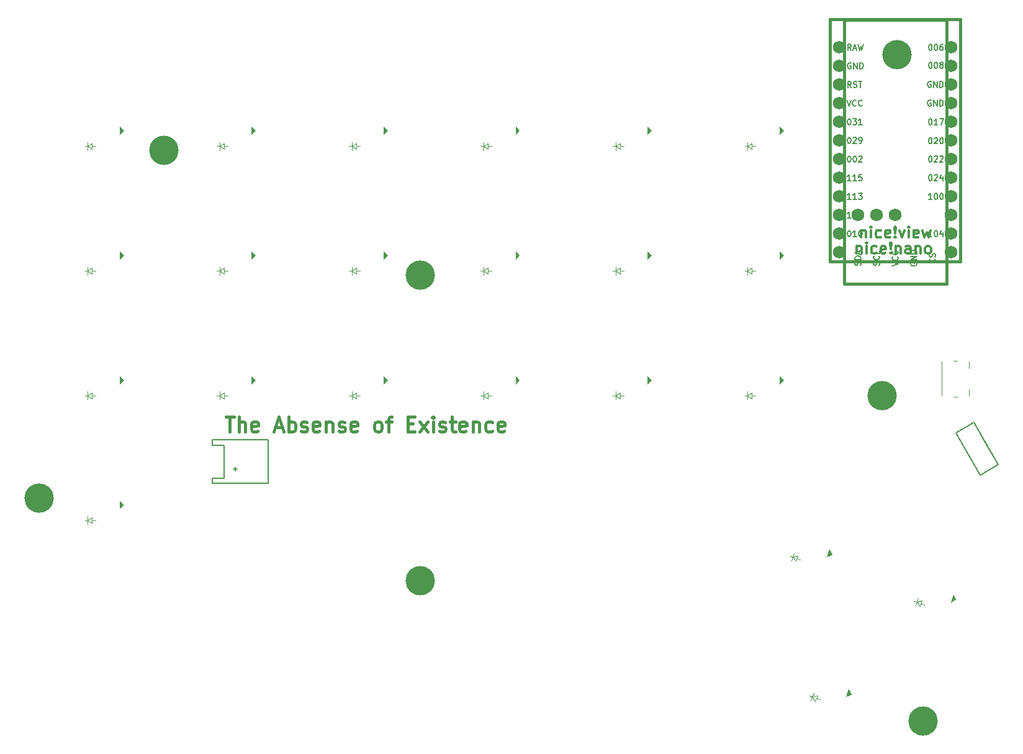
<source format=gbr>
%TF.GenerationSoftware,KiCad,Pcbnew,8.0.5*%
%TF.CreationDate,2024-09-15T18:20:55-04:00*%
%TF.ProjectId,theguy,74686567-7579-42e6-9b69-6361645f7063,v1.0.0*%
%TF.SameCoordinates,Original*%
%TF.FileFunction,Legend,Top*%
%TF.FilePolarity,Positive*%
%FSLAX46Y46*%
G04 Gerber Fmt 4.6, Leading zero omitted, Abs format (unit mm)*
G04 Created by KiCad (PCBNEW 8.0.5) date 2024-09-15 18:20:55*
%MOMM*%
%LPD*%
G01*
G04 APERTURE LIST*
%ADD10C,0.400000*%
%ADD11C,0.300000*%
%ADD12C,0.150000*%
%ADD13C,0.100000*%
%ADD14C,0.120000*%
%ADD15C,0.381000*%
%ADD16C,4.000000*%
%ADD17C,1.752600*%
G04 APERTURE END LIST*
D10*
X88453633Y-93904438D02*
X89596490Y-93904438D01*
X89025061Y-95904438D02*
X89025061Y-93904438D01*
X90263157Y-95904438D02*
X90263157Y-93904438D01*
X91120300Y-95904438D02*
X91120300Y-94856819D01*
X91120300Y-94856819D02*
X91025062Y-94666342D01*
X91025062Y-94666342D02*
X90834586Y-94571104D01*
X90834586Y-94571104D02*
X90548871Y-94571104D01*
X90548871Y-94571104D02*
X90358395Y-94666342D01*
X90358395Y-94666342D02*
X90263157Y-94761580D01*
X92834586Y-95809200D02*
X92644110Y-95904438D01*
X92644110Y-95904438D02*
X92263157Y-95904438D01*
X92263157Y-95904438D02*
X92072681Y-95809200D01*
X92072681Y-95809200D02*
X91977443Y-95618723D01*
X91977443Y-95618723D02*
X91977443Y-94856819D01*
X91977443Y-94856819D02*
X92072681Y-94666342D01*
X92072681Y-94666342D02*
X92263157Y-94571104D01*
X92263157Y-94571104D02*
X92644110Y-94571104D01*
X92644110Y-94571104D02*
X92834586Y-94666342D01*
X92834586Y-94666342D02*
X92929824Y-94856819D01*
X92929824Y-94856819D02*
X92929824Y-95047295D01*
X92929824Y-95047295D02*
X91977443Y-95237771D01*
X95215539Y-95333009D02*
X96167920Y-95333009D01*
X95025063Y-95904438D02*
X95691729Y-93904438D01*
X95691729Y-93904438D02*
X96358396Y-95904438D01*
X97025063Y-95904438D02*
X97025063Y-93904438D01*
X97025063Y-94666342D02*
X97215539Y-94571104D01*
X97215539Y-94571104D02*
X97596492Y-94571104D01*
X97596492Y-94571104D02*
X97786968Y-94666342D01*
X97786968Y-94666342D02*
X97882206Y-94761580D01*
X97882206Y-94761580D02*
X97977444Y-94952057D01*
X97977444Y-94952057D02*
X97977444Y-95523485D01*
X97977444Y-95523485D02*
X97882206Y-95713961D01*
X97882206Y-95713961D02*
X97786968Y-95809200D01*
X97786968Y-95809200D02*
X97596492Y-95904438D01*
X97596492Y-95904438D02*
X97215539Y-95904438D01*
X97215539Y-95904438D02*
X97025063Y-95809200D01*
X98739349Y-95809200D02*
X98929825Y-95904438D01*
X98929825Y-95904438D02*
X99310777Y-95904438D01*
X99310777Y-95904438D02*
X99501254Y-95809200D01*
X99501254Y-95809200D02*
X99596492Y-95618723D01*
X99596492Y-95618723D02*
X99596492Y-95523485D01*
X99596492Y-95523485D02*
X99501254Y-95333009D01*
X99501254Y-95333009D02*
X99310777Y-95237771D01*
X99310777Y-95237771D02*
X99025063Y-95237771D01*
X99025063Y-95237771D02*
X98834587Y-95142533D01*
X98834587Y-95142533D02*
X98739349Y-94952057D01*
X98739349Y-94952057D02*
X98739349Y-94856819D01*
X98739349Y-94856819D02*
X98834587Y-94666342D01*
X98834587Y-94666342D02*
X99025063Y-94571104D01*
X99025063Y-94571104D02*
X99310777Y-94571104D01*
X99310777Y-94571104D02*
X99501254Y-94666342D01*
X101215540Y-95809200D02*
X101025064Y-95904438D01*
X101025064Y-95904438D02*
X100644111Y-95904438D01*
X100644111Y-95904438D02*
X100453635Y-95809200D01*
X100453635Y-95809200D02*
X100358397Y-95618723D01*
X100358397Y-95618723D02*
X100358397Y-94856819D01*
X100358397Y-94856819D02*
X100453635Y-94666342D01*
X100453635Y-94666342D02*
X100644111Y-94571104D01*
X100644111Y-94571104D02*
X101025064Y-94571104D01*
X101025064Y-94571104D02*
X101215540Y-94666342D01*
X101215540Y-94666342D02*
X101310778Y-94856819D01*
X101310778Y-94856819D02*
X101310778Y-95047295D01*
X101310778Y-95047295D02*
X100358397Y-95237771D01*
X102167921Y-94571104D02*
X102167921Y-95904438D01*
X102167921Y-94761580D02*
X102263159Y-94666342D01*
X102263159Y-94666342D02*
X102453635Y-94571104D01*
X102453635Y-94571104D02*
X102739350Y-94571104D01*
X102739350Y-94571104D02*
X102929826Y-94666342D01*
X102929826Y-94666342D02*
X103025064Y-94856819D01*
X103025064Y-94856819D02*
X103025064Y-95904438D01*
X103882207Y-95809200D02*
X104072683Y-95904438D01*
X104072683Y-95904438D02*
X104453635Y-95904438D01*
X104453635Y-95904438D02*
X104644112Y-95809200D01*
X104644112Y-95809200D02*
X104739350Y-95618723D01*
X104739350Y-95618723D02*
X104739350Y-95523485D01*
X104739350Y-95523485D02*
X104644112Y-95333009D01*
X104644112Y-95333009D02*
X104453635Y-95237771D01*
X104453635Y-95237771D02*
X104167921Y-95237771D01*
X104167921Y-95237771D02*
X103977445Y-95142533D01*
X103977445Y-95142533D02*
X103882207Y-94952057D01*
X103882207Y-94952057D02*
X103882207Y-94856819D01*
X103882207Y-94856819D02*
X103977445Y-94666342D01*
X103977445Y-94666342D02*
X104167921Y-94571104D01*
X104167921Y-94571104D02*
X104453635Y-94571104D01*
X104453635Y-94571104D02*
X104644112Y-94666342D01*
X106358398Y-95809200D02*
X106167922Y-95904438D01*
X106167922Y-95904438D02*
X105786969Y-95904438D01*
X105786969Y-95904438D02*
X105596493Y-95809200D01*
X105596493Y-95809200D02*
X105501255Y-95618723D01*
X105501255Y-95618723D02*
X105501255Y-94856819D01*
X105501255Y-94856819D02*
X105596493Y-94666342D01*
X105596493Y-94666342D02*
X105786969Y-94571104D01*
X105786969Y-94571104D02*
X106167922Y-94571104D01*
X106167922Y-94571104D02*
X106358398Y-94666342D01*
X106358398Y-94666342D02*
X106453636Y-94856819D01*
X106453636Y-94856819D02*
X106453636Y-95047295D01*
X106453636Y-95047295D02*
X105501255Y-95237771D01*
X109120303Y-95904438D02*
X108929827Y-95809200D01*
X108929827Y-95809200D02*
X108834589Y-95713961D01*
X108834589Y-95713961D02*
X108739351Y-95523485D01*
X108739351Y-95523485D02*
X108739351Y-94952057D01*
X108739351Y-94952057D02*
X108834589Y-94761580D01*
X108834589Y-94761580D02*
X108929827Y-94666342D01*
X108929827Y-94666342D02*
X109120303Y-94571104D01*
X109120303Y-94571104D02*
X109406018Y-94571104D01*
X109406018Y-94571104D02*
X109596494Y-94666342D01*
X109596494Y-94666342D02*
X109691732Y-94761580D01*
X109691732Y-94761580D02*
X109786970Y-94952057D01*
X109786970Y-94952057D02*
X109786970Y-95523485D01*
X109786970Y-95523485D02*
X109691732Y-95713961D01*
X109691732Y-95713961D02*
X109596494Y-95809200D01*
X109596494Y-95809200D02*
X109406018Y-95904438D01*
X109406018Y-95904438D02*
X109120303Y-95904438D01*
X110358399Y-94571104D02*
X111120303Y-94571104D01*
X110644113Y-95904438D02*
X110644113Y-94190152D01*
X110644113Y-94190152D02*
X110739351Y-93999676D01*
X110739351Y-93999676D02*
X110929827Y-93904438D01*
X110929827Y-93904438D02*
X111120303Y-93904438D01*
X113310780Y-94856819D02*
X113977447Y-94856819D01*
X114263161Y-95904438D02*
X113310780Y-95904438D01*
X113310780Y-95904438D02*
X113310780Y-93904438D01*
X113310780Y-93904438D02*
X114263161Y-93904438D01*
X114929828Y-95904438D02*
X115977447Y-94571104D01*
X114929828Y-94571104D02*
X115977447Y-95904438D01*
X116739352Y-95904438D02*
X116739352Y-94571104D01*
X116739352Y-93904438D02*
X116644114Y-93999676D01*
X116644114Y-93999676D02*
X116739352Y-94094914D01*
X116739352Y-94094914D02*
X116834590Y-93999676D01*
X116834590Y-93999676D02*
X116739352Y-93904438D01*
X116739352Y-93904438D02*
X116739352Y-94094914D01*
X117596495Y-95809200D02*
X117786971Y-95904438D01*
X117786971Y-95904438D02*
X118167923Y-95904438D01*
X118167923Y-95904438D02*
X118358400Y-95809200D01*
X118358400Y-95809200D02*
X118453638Y-95618723D01*
X118453638Y-95618723D02*
X118453638Y-95523485D01*
X118453638Y-95523485D02*
X118358400Y-95333009D01*
X118358400Y-95333009D02*
X118167923Y-95237771D01*
X118167923Y-95237771D02*
X117882209Y-95237771D01*
X117882209Y-95237771D02*
X117691733Y-95142533D01*
X117691733Y-95142533D02*
X117596495Y-94952057D01*
X117596495Y-94952057D02*
X117596495Y-94856819D01*
X117596495Y-94856819D02*
X117691733Y-94666342D01*
X117691733Y-94666342D02*
X117882209Y-94571104D01*
X117882209Y-94571104D02*
X118167923Y-94571104D01*
X118167923Y-94571104D02*
X118358400Y-94666342D01*
X119025067Y-94571104D02*
X119786971Y-94571104D01*
X119310781Y-93904438D02*
X119310781Y-95618723D01*
X119310781Y-95618723D02*
X119406019Y-95809200D01*
X119406019Y-95809200D02*
X119596495Y-95904438D01*
X119596495Y-95904438D02*
X119786971Y-95904438D01*
X121215543Y-95809200D02*
X121025067Y-95904438D01*
X121025067Y-95904438D02*
X120644114Y-95904438D01*
X120644114Y-95904438D02*
X120453638Y-95809200D01*
X120453638Y-95809200D02*
X120358400Y-95618723D01*
X120358400Y-95618723D02*
X120358400Y-94856819D01*
X120358400Y-94856819D02*
X120453638Y-94666342D01*
X120453638Y-94666342D02*
X120644114Y-94571104D01*
X120644114Y-94571104D02*
X121025067Y-94571104D01*
X121025067Y-94571104D02*
X121215543Y-94666342D01*
X121215543Y-94666342D02*
X121310781Y-94856819D01*
X121310781Y-94856819D02*
X121310781Y-95047295D01*
X121310781Y-95047295D02*
X120358400Y-95237771D01*
X122167924Y-94571104D02*
X122167924Y-95904438D01*
X122167924Y-94761580D02*
X122263162Y-94666342D01*
X122263162Y-94666342D02*
X122453638Y-94571104D01*
X122453638Y-94571104D02*
X122739353Y-94571104D01*
X122739353Y-94571104D02*
X122929829Y-94666342D01*
X122929829Y-94666342D02*
X123025067Y-94856819D01*
X123025067Y-94856819D02*
X123025067Y-95904438D01*
X124834591Y-95809200D02*
X124644115Y-95904438D01*
X124644115Y-95904438D02*
X124263162Y-95904438D01*
X124263162Y-95904438D02*
X124072686Y-95809200D01*
X124072686Y-95809200D02*
X123977448Y-95713961D01*
X123977448Y-95713961D02*
X123882210Y-95523485D01*
X123882210Y-95523485D02*
X123882210Y-94952057D01*
X123882210Y-94952057D02*
X123977448Y-94761580D01*
X123977448Y-94761580D02*
X124072686Y-94666342D01*
X124072686Y-94666342D02*
X124263162Y-94571104D01*
X124263162Y-94571104D02*
X124644115Y-94571104D01*
X124644115Y-94571104D02*
X124834591Y-94666342D01*
X126453639Y-95809200D02*
X126263163Y-95904438D01*
X126263163Y-95904438D02*
X125882210Y-95904438D01*
X125882210Y-95904438D02*
X125691734Y-95809200D01*
X125691734Y-95809200D02*
X125596496Y-95618723D01*
X125596496Y-95618723D02*
X125596496Y-94856819D01*
X125596496Y-94856819D02*
X125691734Y-94666342D01*
X125691734Y-94666342D02*
X125882210Y-94571104D01*
X125882210Y-94571104D02*
X126263163Y-94571104D01*
X126263163Y-94571104D02*
X126453639Y-94666342D01*
X126453639Y-94666342D02*
X126548877Y-94856819D01*
X126548877Y-94856819D02*
X126548877Y-95047295D01*
X126548877Y-95047295D02*
X125596496Y-95237771D01*
D11*
X175121428Y-68453328D02*
X175121428Y-69453328D01*
X175121428Y-68596185D02*
X175192857Y-68524757D01*
X175192857Y-68524757D02*
X175335714Y-68453328D01*
X175335714Y-68453328D02*
X175550000Y-68453328D01*
X175550000Y-68453328D02*
X175692857Y-68524757D01*
X175692857Y-68524757D02*
X175764286Y-68667614D01*
X175764286Y-68667614D02*
X175764286Y-69453328D01*
X176478571Y-69453328D02*
X176478571Y-68453328D01*
X176478571Y-67953328D02*
X176407143Y-68024757D01*
X176407143Y-68024757D02*
X176478571Y-68096185D01*
X176478571Y-68096185D02*
X176550000Y-68024757D01*
X176550000Y-68024757D02*
X176478571Y-67953328D01*
X176478571Y-67953328D02*
X176478571Y-68096185D01*
X177835715Y-69381900D02*
X177692857Y-69453328D01*
X177692857Y-69453328D02*
X177407143Y-69453328D01*
X177407143Y-69453328D02*
X177264286Y-69381900D01*
X177264286Y-69381900D02*
X177192857Y-69310471D01*
X177192857Y-69310471D02*
X177121429Y-69167614D01*
X177121429Y-69167614D02*
X177121429Y-68739042D01*
X177121429Y-68739042D02*
X177192857Y-68596185D01*
X177192857Y-68596185D02*
X177264286Y-68524757D01*
X177264286Y-68524757D02*
X177407143Y-68453328D01*
X177407143Y-68453328D02*
X177692857Y-68453328D01*
X177692857Y-68453328D02*
X177835715Y-68524757D01*
X179050000Y-69381900D02*
X178907143Y-69453328D01*
X178907143Y-69453328D02*
X178621429Y-69453328D01*
X178621429Y-69453328D02*
X178478571Y-69381900D01*
X178478571Y-69381900D02*
X178407143Y-69239042D01*
X178407143Y-69239042D02*
X178407143Y-68667614D01*
X178407143Y-68667614D02*
X178478571Y-68524757D01*
X178478571Y-68524757D02*
X178621429Y-68453328D01*
X178621429Y-68453328D02*
X178907143Y-68453328D01*
X178907143Y-68453328D02*
X179050000Y-68524757D01*
X179050000Y-68524757D02*
X179121429Y-68667614D01*
X179121429Y-68667614D02*
X179121429Y-68810471D01*
X179121429Y-68810471D02*
X178407143Y-68953328D01*
X179764285Y-69310471D02*
X179835714Y-69381900D01*
X179835714Y-69381900D02*
X179764285Y-69453328D01*
X179764285Y-69453328D02*
X179692857Y-69381900D01*
X179692857Y-69381900D02*
X179764285Y-69310471D01*
X179764285Y-69310471D02*
X179764285Y-69453328D01*
X179764285Y-68881900D02*
X179692857Y-68024757D01*
X179692857Y-68024757D02*
X179764285Y-67953328D01*
X179764285Y-67953328D02*
X179835714Y-68024757D01*
X179835714Y-68024757D02*
X179764285Y-68881900D01*
X179764285Y-68881900D02*
X179764285Y-67953328D01*
X180335714Y-68453328D02*
X180692857Y-69453328D01*
X180692857Y-69453328D02*
X181050000Y-68453328D01*
X181621428Y-69453328D02*
X181621428Y-68453328D01*
X181621428Y-67953328D02*
X181550000Y-68024757D01*
X181550000Y-68024757D02*
X181621428Y-68096185D01*
X181621428Y-68096185D02*
X181692857Y-68024757D01*
X181692857Y-68024757D02*
X181621428Y-67953328D01*
X181621428Y-67953328D02*
X181621428Y-68096185D01*
X182907143Y-69381900D02*
X182764286Y-69453328D01*
X182764286Y-69453328D02*
X182478572Y-69453328D01*
X182478572Y-69453328D02*
X182335714Y-69381900D01*
X182335714Y-69381900D02*
X182264286Y-69239042D01*
X182264286Y-69239042D02*
X182264286Y-68667614D01*
X182264286Y-68667614D02*
X182335714Y-68524757D01*
X182335714Y-68524757D02*
X182478572Y-68453328D01*
X182478572Y-68453328D02*
X182764286Y-68453328D01*
X182764286Y-68453328D02*
X182907143Y-68524757D01*
X182907143Y-68524757D02*
X182978572Y-68667614D01*
X182978572Y-68667614D02*
X182978572Y-68810471D01*
X182978572Y-68810471D02*
X182264286Y-68953328D01*
X183478571Y-68453328D02*
X183764286Y-69453328D01*
X183764286Y-69453328D02*
X184050000Y-68739042D01*
X184050000Y-68739042D02*
X184335714Y-69453328D01*
X184335714Y-69453328D02*
X184621428Y-68453328D01*
D12*
X177584200Y-73227381D02*
X177622295Y-73113095D01*
X177622295Y-73113095D02*
X177622295Y-72922619D01*
X177622295Y-72922619D02*
X177584200Y-72846428D01*
X177584200Y-72846428D02*
X177546104Y-72808333D01*
X177546104Y-72808333D02*
X177469914Y-72770238D01*
X177469914Y-72770238D02*
X177393723Y-72770238D01*
X177393723Y-72770238D02*
X177317533Y-72808333D01*
X177317533Y-72808333D02*
X177279438Y-72846428D01*
X177279438Y-72846428D02*
X177241342Y-72922619D01*
X177241342Y-72922619D02*
X177203247Y-73075000D01*
X177203247Y-73075000D02*
X177165152Y-73151190D01*
X177165152Y-73151190D02*
X177127057Y-73189285D01*
X177127057Y-73189285D02*
X177050866Y-73227381D01*
X177050866Y-73227381D02*
X176974676Y-73227381D01*
X176974676Y-73227381D02*
X176898485Y-73189285D01*
X176898485Y-73189285D02*
X176860390Y-73151190D01*
X176860390Y-73151190D02*
X176822295Y-73075000D01*
X176822295Y-73075000D02*
X176822295Y-72884523D01*
X176822295Y-72884523D02*
X176860390Y-72770238D01*
X177546104Y-71970237D02*
X177584200Y-72008333D01*
X177584200Y-72008333D02*
X177622295Y-72122618D01*
X177622295Y-72122618D02*
X177622295Y-72198809D01*
X177622295Y-72198809D02*
X177584200Y-72313095D01*
X177584200Y-72313095D02*
X177508009Y-72389285D01*
X177508009Y-72389285D02*
X177431819Y-72427380D01*
X177431819Y-72427380D02*
X177279438Y-72465476D01*
X177279438Y-72465476D02*
X177165152Y-72465476D01*
X177165152Y-72465476D02*
X177012771Y-72427380D01*
X177012771Y-72427380D02*
X176936580Y-72389285D01*
X176936580Y-72389285D02*
X176860390Y-72313095D01*
X176860390Y-72313095D02*
X176822295Y-72198809D01*
X176822295Y-72198809D02*
X176822295Y-72122618D01*
X176822295Y-72122618D02*
X176860390Y-72008333D01*
X176860390Y-72008333D02*
X176898485Y-71970237D01*
X177622295Y-71246428D02*
X177622295Y-71627380D01*
X177622295Y-71627380D02*
X176822295Y-71627380D01*
X185166104Y-72408332D02*
X185204200Y-72446428D01*
X185204200Y-72446428D02*
X185242295Y-72560713D01*
X185242295Y-72560713D02*
X185242295Y-72636904D01*
X185242295Y-72636904D02*
X185204200Y-72751190D01*
X185204200Y-72751190D02*
X185128009Y-72827380D01*
X185128009Y-72827380D02*
X185051819Y-72865475D01*
X185051819Y-72865475D02*
X184899438Y-72903571D01*
X184899438Y-72903571D02*
X184785152Y-72903571D01*
X184785152Y-72903571D02*
X184632771Y-72865475D01*
X184632771Y-72865475D02*
X184556580Y-72827380D01*
X184556580Y-72827380D02*
X184480390Y-72751190D01*
X184480390Y-72751190D02*
X184442295Y-72636904D01*
X184442295Y-72636904D02*
X184442295Y-72560713D01*
X184442295Y-72560713D02*
X184480390Y-72446428D01*
X184480390Y-72446428D02*
X184518485Y-72408332D01*
X185204200Y-72103571D02*
X185242295Y-71989285D01*
X185242295Y-71989285D02*
X185242295Y-71798809D01*
X185242295Y-71798809D02*
X185204200Y-71722618D01*
X185204200Y-71722618D02*
X185166104Y-71684523D01*
X185166104Y-71684523D02*
X185089914Y-71646428D01*
X185089914Y-71646428D02*
X185013723Y-71646428D01*
X185013723Y-71646428D02*
X184937533Y-71684523D01*
X184937533Y-71684523D02*
X184899438Y-71722618D01*
X184899438Y-71722618D02*
X184861342Y-71798809D01*
X184861342Y-71798809D02*
X184823247Y-71951190D01*
X184823247Y-71951190D02*
X184785152Y-72027380D01*
X184785152Y-72027380D02*
X184747057Y-72065475D01*
X184747057Y-72065475D02*
X184670866Y-72103571D01*
X184670866Y-72103571D02*
X184594676Y-72103571D01*
X184594676Y-72103571D02*
X184518485Y-72065475D01*
X184518485Y-72065475D02*
X184480390Y-72027380D01*
X184480390Y-72027380D02*
X184442295Y-71951190D01*
X184442295Y-71951190D02*
X184442295Y-71760713D01*
X184442295Y-71760713D02*
X184480390Y-71646428D01*
X179362295Y-73341666D02*
X180162295Y-73074999D01*
X180162295Y-73074999D02*
X179362295Y-72808333D01*
X180086104Y-72084523D02*
X180124200Y-72122619D01*
X180124200Y-72122619D02*
X180162295Y-72236904D01*
X180162295Y-72236904D02*
X180162295Y-72313095D01*
X180162295Y-72313095D02*
X180124200Y-72427381D01*
X180124200Y-72427381D02*
X180048009Y-72503571D01*
X180048009Y-72503571D02*
X179971819Y-72541666D01*
X179971819Y-72541666D02*
X179819438Y-72579762D01*
X179819438Y-72579762D02*
X179705152Y-72579762D01*
X179705152Y-72579762D02*
X179552771Y-72541666D01*
X179552771Y-72541666D02*
X179476580Y-72503571D01*
X179476580Y-72503571D02*
X179400390Y-72427381D01*
X179400390Y-72427381D02*
X179362295Y-72313095D01*
X179362295Y-72313095D02*
X179362295Y-72236904D01*
X179362295Y-72236904D02*
X179400390Y-72122619D01*
X179400390Y-72122619D02*
X179438485Y-72084523D01*
X180086104Y-71284523D02*
X180124200Y-71322619D01*
X180124200Y-71322619D02*
X180162295Y-71436904D01*
X180162295Y-71436904D02*
X180162295Y-71513095D01*
X180162295Y-71513095D02*
X180124200Y-71627381D01*
X180124200Y-71627381D02*
X180048009Y-71703571D01*
X180048009Y-71703571D02*
X179971819Y-71741666D01*
X179971819Y-71741666D02*
X179819438Y-71779762D01*
X179819438Y-71779762D02*
X179705152Y-71779762D01*
X179705152Y-71779762D02*
X179552771Y-71741666D01*
X179552771Y-71741666D02*
X179476580Y-71703571D01*
X179476580Y-71703571D02*
X179400390Y-71627381D01*
X179400390Y-71627381D02*
X179362295Y-71513095D01*
X179362295Y-71513095D02*
X179362295Y-71436904D01*
X179362295Y-71436904D02*
X179400390Y-71322619D01*
X179400390Y-71322619D02*
X179438485Y-71284523D01*
X181940390Y-72884523D02*
X181902295Y-72960713D01*
X181902295Y-72960713D02*
X181902295Y-73074999D01*
X181902295Y-73074999D02*
X181940390Y-73189285D01*
X181940390Y-73189285D02*
X182016580Y-73265475D01*
X182016580Y-73265475D02*
X182092771Y-73303570D01*
X182092771Y-73303570D02*
X182245152Y-73341666D01*
X182245152Y-73341666D02*
X182359438Y-73341666D01*
X182359438Y-73341666D02*
X182511819Y-73303570D01*
X182511819Y-73303570D02*
X182588009Y-73265475D01*
X182588009Y-73265475D02*
X182664200Y-73189285D01*
X182664200Y-73189285D02*
X182702295Y-73074999D01*
X182702295Y-73074999D02*
X182702295Y-72998808D01*
X182702295Y-72998808D02*
X182664200Y-72884523D01*
X182664200Y-72884523D02*
X182626104Y-72846427D01*
X182626104Y-72846427D02*
X182359438Y-72846427D01*
X182359438Y-72846427D02*
X182359438Y-72998808D01*
X182702295Y-72503570D02*
X181902295Y-72503570D01*
X181902295Y-72503570D02*
X182702295Y-72046427D01*
X182702295Y-72046427D02*
X181902295Y-72046427D01*
X182702295Y-71665475D02*
X181902295Y-71665475D01*
X181902295Y-71665475D02*
X181902295Y-71474999D01*
X181902295Y-71474999D02*
X181940390Y-71360713D01*
X181940390Y-71360713D02*
X182016580Y-71284523D01*
X182016580Y-71284523D02*
X182092771Y-71246428D01*
X182092771Y-71246428D02*
X182245152Y-71208332D01*
X182245152Y-71208332D02*
X182359438Y-71208332D01*
X182359438Y-71208332D02*
X182511819Y-71246428D01*
X182511819Y-71246428D02*
X182588009Y-71284523D01*
X182588009Y-71284523D02*
X182664200Y-71360713D01*
X182664200Y-71360713D02*
X182702295Y-71474999D01*
X182702295Y-71474999D02*
X182702295Y-71665475D01*
X175044200Y-73246428D02*
X175082295Y-73132142D01*
X175082295Y-73132142D02*
X175082295Y-72941666D01*
X175082295Y-72941666D02*
X175044200Y-72865475D01*
X175044200Y-72865475D02*
X175006104Y-72827380D01*
X175006104Y-72827380D02*
X174929914Y-72789285D01*
X174929914Y-72789285D02*
X174853723Y-72789285D01*
X174853723Y-72789285D02*
X174777533Y-72827380D01*
X174777533Y-72827380D02*
X174739438Y-72865475D01*
X174739438Y-72865475D02*
X174701342Y-72941666D01*
X174701342Y-72941666D02*
X174663247Y-73094047D01*
X174663247Y-73094047D02*
X174625152Y-73170237D01*
X174625152Y-73170237D02*
X174587057Y-73208332D01*
X174587057Y-73208332D02*
X174510866Y-73246428D01*
X174510866Y-73246428D02*
X174434676Y-73246428D01*
X174434676Y-73246428D02*
X174358485Y-73208332D01*
X174358485Y-73208332D02*
X174320390Y-73170237D01*
X174320390Y-73170237D02*
X174282295Y-73094047D01*
X174282295Y-73094047D02*
X174282295Y-72903570D01*
X174282295Y-72903570D02*
X174320390Y-72789285D01*
X175082295Y-72446427D02*
X174282295Y-72446427D01*
X174282295Y-72446427D02*
X174282295Y-72255951D01*
X174282295Y-72255951D02*
X174320390Y-72141665D01*
X174320390Y-72141665D02*
X174396580Y-72065475D01*
X174396580Y-72065475D02*
X174472771Y-72027380D01*
X174472771Y-72027380D02*
X174625152Y-71989284D01*
X174625152Y-71989284D02*
X174739438Y-71989284D01*
X174739438Y-71989284D02*
X174891819Y-72027380D01*
X174891819Y-72027380D02*
X174968009Y-72065475D01*
X174968009Y-72065475D02*
X175044200Y-72141665D01*
X175044200Y-72141665D02*
X175082295Y-72255951D01*
X175082295Y-72255951D02*
X175082295Y-72446427D01*
X174853723Y-71684523D02*
X174853723Y-71303570D01*
X175082295Y-71760713D02*
X174282295Y-71494046D01*
X174282295Y-71494046D02*
X175082295Y-71227380D01*
X184537190Y-55862295D02*
X184613380Y-55862295D01*
X184613380Y-55862295D02*
X184689571Y-55900390D01*
X184689571Y-55900390D02*
X184727666Y-55938485D01*
X184727666Y-55938485D02*
X184765761Y-56014676D01*
X184765761Y-56014676D02*
X184803856Y-56167057D01*
X184803856Y-56167057D02*
X184803856Y-56357533D01*
X184803856Y-56357533D02*
X184765761Y-56509914D01*
X184765761Y-56509914D02*
X184727666Y-56586104D01*
X184727666Y-56586104D02*
X184689571Y-56624200D01*
X184689571Y-56624200D02*
X184613380Y-56662295D01*
X184613380Y-56662295D02*
X184537190Y-56662295D01*
X184537190Y-56662295D02*
X184460999Y-56624200D01*
X184460999Y-56624200D02*
X184422904Y-56586104D01*
X184422904Y-56586104D02*
X184384809Y-56509914D01*
X184384809Y-56509914D02*
X184346713Y-56357533D01*
X184346713Y-56357533D02*
X184346713Y-56167057D01*
X184346713Y-56167057D02*
X184384809Y-56014676D01*
X184384809Y-56014676D02*
X184422904Y-55938485D01*
X184422904Y-55938485D02*
X184460999Y-55900390D01*
X184460999Y-55900390D02*
X184537190Y-55862295D01*
X185108618Y-55938485D02*
X185146714Y-55900390D01*
X185146714Y-55900390D02*
X185222904Y-55862295D01*
X185222904Y-55862295D02*
X185413380Y-55862295D01*
X185413380Y-55862295D02*
X185489571Y-55900390D01*
X185489571Y-55900390D02*
X185527666Y-55938485D01*
X185527666Y-55938485D02*
X185565761Y-56014676D01*
X185565761Y-56014676D02*
X185565761Y-56090866D01*
X185565761Y-56090866D02*
X185527666Y-56205152D01*
X185527666Y-56205152D02*
X185070523Y-56662295D01*
X185070523Y-56662295D02*
X185565761Y-56662295D01*
X186061000Y-55862295D02*
X186137190Y-55862295D01*
X186137190Y-55862295D02*
X186213381Y-55900390D01*
X186213381Y-55900390D02*
X186251476Y-55938485D01*
X186251476Y-55938485D02*
X186289571Y-56014676D01*
X186289571Y-56014676D02*
X186327666Y-56167057D01*
X186327666Y-56167057D02*
X186327666Y-56357533D01*
X186327666Y-56357533D02*
X186289571Y-56509914D01*
X186289571Y-56509914D02*
X186251476Y-56586104D01*
X186251476Y-56586104D02*
X186213381Y-56624200D01*
X186213381Y-56624200D02*
X186137190Y-56662295D01*
X186137190Y-56662295D02*
X186061000Y-56662295D01*
X186061000Y-56662295D02*
X185984809Y-56624200D01*
X185984809Y-56624200D02*
X185946714Y-56586104D01*
X185946714Y-56586104D02*
X185908619Y-56509914D01*
X185908619Y-56509914D02*
X185870523Y-56357533D01*
X185870523Y-56357533D02*
X185870523Y-56167057D01*
X185870523Y-56167057D02*
X185908619Y-56014676D01*
X185908619Y-56014676D02*
X185946714Y-55938485D01*
X185946714Y-55938485D02*
X185984809Y-55900390D01*
X185984809Y-55900390D02*
X186061000Y-55862295D01*
X184537190Y-60872295D02*
X184613380Y-60872295D01*
X184613380Y-60872295D02*
X184689571Y-60910390D01*
X184689571Y-60910390D02*
X184727666Y-60948485D01*
X184727666Y-60948485D02*
X184765761Y-61024676D01*
X184765761Y-61024676D02*
X184803856Y-61177057D01*
X184803856Y-61177057D02*
X184803856Y-61367533D01*
X184803856Y-61367533D02*
X184765761Y-61519914D01*
X184765761Y-61519914D02*
X184727666Y-61596104D01*
X184727666Y-61596104D02*
X184689571Y-61634200D01*
X184689571Y-61634200D02*
X184613380Y-61672295D01*
X184613380Y-61672295D02*
X184537190Y-61672295D01*
X184537190Y-61672295D02*
X184460999Y-61634200D01*
X184460999Y-61634200D02*
X184422904Y-61596104D01*
X184422904Y-61596104D02*
X184384809Y-61519914D01*
X184384809Y-61519914D02*
X184346713Y-61367533D01*
X184346713Y-61367533D02*
X184346713Y-61177057D01*
X184346713Y-61177057D02*
X184384809Y-61024676D01*
X184384809Y-61024676D02*
X184422904Y-60948485D01*
X184422904Y-60948485D02*
X184460999Y-60910390D01*
X184460999Y-60910390D02*
X184537190Y-60872295D01*
X185108618Y-60948485D02*
X185146714Y-60910390D01*
X185146714Y-60910390D02*
X185222904Y-60872295D01*
X185222904Y-60872295D02*
X185413380Y-60872295D01*
X185413380Y-60872295D02*
X185489571Y-60910390D01*
X185489571Y-60910390D02*
X185527666Y-60948485D01*
X185527666Y-60948485D02*
X185565761Y-61024676D01*
X185565761Y-61024676D02*
X185565761Y-61100866D01*
X185565761Y-61100866D02*
X185527666Y-61215152D01*
X185527666Y-61215152D02*
X185070523Y-61672295D01*
X185070523Y-61672295D02*
X185565761Y-61672295D01*
X186251476Y-61138961D02*
X186251476Y-61672295D01*
X186061000Y-60834200D02*
X185870523Y-61405628D01*
X185870523Y-61405628D02*
X186365762Y-61405628D01*
X173462809Y-53252295D02*
X173538999Y-53252295D01*
X173538999Y-53252295D02*
X173615190Y-53290390D01*
X173615190Y-53290390D02*
X173653285Y-53328485D01*
X173653285Y-53328485D02*
X173691380Y-53404676D01*
X173691380Y-53404676D02*
X173729475Y-53557057D01*
X173729475Y-53557057D02*
X173729475Y-53747533D01*
X173729475Y-53747533D02*
X173691380Y-53899914D01*
X173691380Y-53899914D02*
X173653285Y-53976104D01*
X173653285Y-53976104D02*
X173615190Y-54014200D01*
X173615190Y-54014200D02*
X173538999Y-54052295D01*
X173538999Y-54052295D02*
X173462809Y-54052295D01*
X173462809Y-54052295D02*
X173386618Y-54014200D01*
X173386618Y-54014200D02*
X173348523Y-53976104D01*
X173348523Y-53976104D02*
X173310428Y-53899914D01*
X173310428Y-53899914D02*
X173272332Y-53747533D01*
X173272332Y-53747533D02*
X173272332Y-53557057D01*
X173272332Y-53557057D02*
X173310428Y-53404676D01*
X173310428Y-53404676D02*
X173348523Y-53328485D01*
X173348523Y-53328485D02*
X173386618Y-53290390D01*
X173386618Y-53290390D02*
X173462809Y-53252295D01*
X173996142Y-53252295D02*
X174491380Y-53252295D01*
X174491380Y-53252295D02*
X174224714Y-53557057D01*
X174224714Y-53557057D02*
X174338999Y-53557057D01*
X174338999Y-53557057D02*
X174415190Y-53595152D01*
X174415190Y-53595152D02*
X174453285Y-53633247D01*
X174453285Y-53633247D02*
X174491380Y-53709438D01*
X174491380Y-53709438D02*
X174491380Y-53899914D01*
X174491380Y-53899914D02*
X174453285Y-53976104D01*
X174453285Y-53976104D02*
X174415190Y-54014200D01*
X174415190Y-54014200D02*
X174338999Y-54052295D01*
X174338999Y-54052295D02*
X174110428Y-54052295D01*
X174110428Y-54052295D02*
X174034237Y-54014200D01*
X174034237Y-54014200D02*
X173996142Y-53976104D01*
X175253285Y-54052295D02*
X174796142Y-54052295D01*
X175024714Y-54052295D02*
X175024714Y-53252295D01*
X175024714Y-53252295D02*
X174948523Y-53366580D01*
X174948523Y-53366580D02*
X174872333Y-53442771D01*
X174872333Y-53442771D02*
X174796142Y-53480866D01*
X184537190Y-53262295D02*
X184613380Y-53262295D01*
X184613380Y-53262295D02*
X184689571Y-53300390D01*
X184689571Y-53300390D02*
X184727666Y-53338485D01*
X184727666Y-53338485D02*
X184765761Y-53414676D01*
X184765761Y-53414676D02*
X184803856Y-53567057D01*
X184803856Y-53567057D02*
X184803856Y-53757533D01*
X184803856Y-53757533D02*
X184765761Y-53909914D01*
X184765761Y-53909914D02*
X184727666Y-53986104D01*
X184727666Y-53986104D02*
X184689571Y-54024200D01*
X184689571Y-54024200D02*
X184613380Y-54062295D01*
X184613380Y-54062295D02*
X184537190Y-54062295D01*
X184537190Y-54062295D02*
X184460999Y-54024200D01*
X184460999Y-54024200D02*
X184422904Y-53986104D01*
X184422904Y-53986104D02*
X184384809Y-53909914D01*
X184384809Y-53909914D02*
X184346713Y-53757533D01*
X184346713Y-53757533D02*
X184346713Y-53567057D01*
X184346713Y-53567057D02*
X184384809Y-53414676D01*
X184384809Y-53414676D02*
X184422904Y-53338485D01*
X184422904Y-53338485D02*
X184460999Y-53300390D01*
X184460999Y-53300390D02*
X184537190Y-53262295D01*
X185565761Y-54062295D02*
X185108618Y-54062295D01*
X185337190Y-54062295D02*
X185337190Y-53262295D01*
X185337190Y-53262295D02*
X185260999Y-53376580D01*
X185260999Y-53376580D02*
X185184809Y-53452771D01*
X185184809Y-53452771D02*
X185108618Y-53490866D01*
X185832428Y-53262295D02*
X186365762Y-53262295D01*
X186365762Y-53262295D02*
X186022904Y-54062295D01*
X173735809Y-45670390D02*
X173659619Y-45632295D01*
X173659619Y-45632295D02*
X173545333Y-45632295D01*
X173545333Y-45632295D02*
X173431047Y-45670390D01*
X173431047Y-45670390D02*
X173354857Y-45746580D01*
X173354857Y-45746580D02*
X173316762Y-45822771D01*
X173316762Y-45822771D02*
X173278666Y-45975152D01*
X173278666Y-45975152D02*
X173278666Y-46089438D01*
X173278666Y-46089438D02*
X173316762Y-46241819D01*
X173316762Y-46241819D02*
X173354857Y-46318009D01*
X173354857Y-46318009D02*
X173431047Y-46394200D01*
X173431047Y-46394200D02*
X173545333Y-46432295D01*
X173545333Y-46432295D02*
X173621524Y-46432295D01*
X173621524Y-46432295D02*
X173735809Y-46394200D01*
X173735809Y-46394200D02*
X173773905Y-46356104D01*
X173773905Y-46356104D02*
X173773905Y-46089438D01*
X173773905Y-46089438D02*
X173621524Y-46089438D01*
X174116762Y-46432295D02*
X174116762Y-45632295D01*
X174116762Y-45632295D02*
X174573905Y-46432295D01*
X174573905Y-46432295D02*
X174573905Y-45632295D01*
X174954857Y-46432295D02*
X174954857Y-45632295D01*
X174954857Y-45632295D02*
X175145333Y-45632295D01*
X175145333Y-45632295D02*
X175259619Y-45670390D01*
X175259619Y-45670390D02*
X175335809Y-45746580D01*
X175335809Y-45746580D02*
X175373904Y-45822771D01*
X175373904Y-45822771D02*
X175412000Y-45975152D01*
X175412000Y-45975152D02*
X175412000Y-46089438D01*
X175412000Y-46089438D02*
X175373904Y-46241819D01*
X175373904Y-46241819D02*
X175335809Y-46318009D01*
X175335809Y-46318009D02*
X175259619Y-46394200D01*
X175259619Y-46394200D02*
X175145333Y-46432295D01*
X175145333Y-46432295D02*
X174954857Y-46432295D01*
X173196142Y-50712295D02*
X173462809Y-51512295D01*
X173462809Y-51512295D02*
X173729475Y-50712295D01*
X174453285Y-51436104D02*
X174415189Y-51474200D01*
X174415189Y-51474200D02*
X174300904Y-51512295D01*
X174300904Y-51512295D02*
X174224713Y-51512295D01*
X174224713Y-51512295D02*
X174110427Y-51474200D01*
X174110427Y-51474200D02*
X174034237Y-51398009D01*
X174034237Y-51398009D02*
X173996142Y-51321819D01*
X173996142Y-51321819D02*
X173958046Y-51169438D01*
X173958046Y-51169438D02*
X173958046Y-51055152D01*
X173958046Y-51055152D02*
X173996142Y-50902771D01*
X173996142Y-50902771D02*
X174034237Y-50826580D01*
X174034237Y-50826580D02*
X174110427Y-50750390D01*
X174110427Y-50750390D02*
X174224713Y-50712295D01*
X174224713Y-50712295D02*
X174300904Y-50712295D01*
X174300904Y-50712295D02*
X174415189Y-50750390D01*
X174415189Y-50750390D02*
X174453285Y-50788485D01*
X175253285Y-51436104D02*
X175215189Y-51474200D01*
X175215189Y-51474200D02*
X175100904Y-51512295D01*
X175100904Y-51512295D02*
X175024713Y-51512295D01*
X175024713Y-51512295D02*
X174910427Y-51474200D01*
X174910427Y-51474200D02*
X174834237Y-51398009D01*
X174834237Y-51398009D02*
X174796142Y-51321819D01*
X174796142Y-51321819D02*
X174758046Y-51169438D01*
X174758046Y-51169438D02*
X174758046Y-51055152D01*
X174758046Y-51055152D02*
X174796142Y-50902771D01*
X174796142Y-50902771D02*
X174834237Y-50826580D01*
X174834237Y-50826580D02*
X174910427Y-50750390D01*
X174910427Y-50750390D02*
X175024713Y-50712295D01*
X175024713Y-50712295D02*
X175100904Y-50712295D01*
X175100904Y-50712295D02*
X175215189Y-50750390D01*
X175215189Y-50750390D02*
X175253285Y-50788485D01*
X184537190Y-58362295D02*
X184613380Y-58362295D01*
X184613380Y-58362295D02*
X184689571Y-58400390D01*
X184689571Y-58400390D02*
X184727666Y-58438485D01*
X184727666Y-58438485D02*
X184765761Y-58514676D01*
X184765761Y-58514676D02*
X184803856Y-58667057D01*
X184803856Y-58667057D02*
X184803856Y-58857533D01*
X184803856Y-58857533D02*
X184765761Y-59009914D01*
X184765761Y-59009914D02*
X184727666Y-59086104D01*
X184727666Y-59086104D02*
X184689571Y-59124200D01*
X184689571Y-59124200D02*
X184613380Y-59162295D01*
X184613380Y-59162295D02*
X184537190Y-59162295D01*
X184537190Y-59162295D02*
X184460999Y-59124200D01*
X184460999Y-59124200D02*
X184422904Y-59086104D01*
X184422904Y-59086104D02*
X184384809Y-59009914D01*
X184384809Y-59009914D02*
X184346713Y-58857533D01*
X184346713Y-58857533D02*
X184346713Y-58667057D01*
X184346713Y-58667057D02*
X184384809Y-58514676D01*
X184384809Y-58514676D02*
X184422904Y-58438485D01*
X184422904Y-58438485D02*
X184460999Y-58400390D01*
X184460999Y-58400390D02*
X184537190Y-58362295D01*
X185108618Y-58438485D02*
X185146714Y-58400390D01*
X185146714Y-58400390D02*
X185222904Y-58362295D01*
X185222904Y-58362295D02*
X185413380Y-58362295D01*
X185413380Y-58362295D02*
X185489571Y-58400390D01*
X185489571Y-58400390D02*
X185527666Y-58438485D01*
X185527666Y-58438485D02*
X185565761Y-58514676D01*
X185565761Y-58514676D02*
X185565761Y-58590866D01*
X185565761Y-58590866D02*
X185527666Y-58705152D01*
X185527666Y-58705152D02*
X185070523Y-59162295D01*
X185070523Y-59162295D02*
X185565761Y-59162295D01*
X185870523Y-58438485D02*
X185908619Y-58400390D01*
X185908619Y-58400390D02*
X185984809Y-58362295D01*
X185984809Y-58362295D02*
X186175285Y-58362295D01*
X186175285Y-58362295D02*
X186251476Y-58400390D01*
X186251476Y-58400390D02*
X186289571Y-58438485D01*
X186289571Y-58438485D02*
X186327666Y-58514676D01*
X186327666Y-58514676D02*
X186327666Y-58590866D01*
X186327666Y-58590866D02*
X186289571Y-58705152D01*
X186289571Y-58705152D02*
X185832428Y-59162295D01*
X185832428Y-59162295D02*
X186327666Y-59162295D01*
X173773905Y-48972295D02*
X173507238Y-48591342D01*
X173316762Y-48972295D02*
X173316762Y-48172295D01*
X173316762Y-48172295D02*
X173621524Y-48172295D01*
X173621524Y-48172295D02*
X173697714Y-48210390D01*
X173697714Y-48210390D02*
X173735809Y-48248485D01*
X173735809Y-48248485D02*
X173773905Y-48324676D01*
X173773905Y-48324676D02*
X173773905Y-48438961D01*
X173773905Y-48438961D02*
X173735809Y-48515152D01*
X173735809Y-48515152D02*
X173697714Y-48553247D01*
X173697714Y-48553247D02*
X173621524Y-48591342D01*
X173621524Y-48591342D02*
X173316762Y-48591342D01*
X174078666Y-48934200D02*
X174192952Y-48972295D01*
X174192952Y-48972295D02*
X174383428Y-48972295D01*
X174383428Y-48972295D02*
X174459619Y-48934200D01*
X174459619Y-48934200D02*
X174497714Y-48896104D01*
X174497714Y-48896104D02*
X174535809Y-48819914D01*
X174535809Y-48819914D02*
X174535809Y-48743723D01*
X174535809Y-48743723D02*
X174497714Y-48667533D01*
X174497714Y-48667533D02*
X174459619Y-48629438D01*
X174459619Y-48629438D02*
X174383428Y-48591342D01*
X174383428Y-48591342D02*
X174231047Y-48553247D01*
X174231047Y-48553247D02*
X174154857Y-48515152D01*
X174154857Y-48515152D02*
X174116762Y-48477057D01*
X174116762Y-48477057D02*
X174078666Y-48400866D01*
X174078666Y-48400866D02*
X174078666Y-48324676D01*
X174078666Y-48324676D02*
X174116762Y-48248485D01*
X174116762Y-48248485D02*
X174154857Y-48210390D01*
X174154857Y-48210390D02*
X174231047Y-48172295D01*
X174231047Y-48172295D02*
X174421524Y-48172295D01*
X174421524Y-48172295D02*
X174535809Y-48210390D01*
X174764381Y-48172295D02*
X175221524Y-48172295D01*
X174992952Y-48972295D02*
X174992952Y-48172295D01*
X173729475Y-61672295D02*
X173272332Y-61672295D01*
X173500904Y-61672295D02*
X173500904Y-60872295D01*
X173500904Y-60872295D02*
X173424713Y-60986580D01*
X173424713Y-60986580D02*
X173348523Y-61062771D01*
X173348523Y-61062771D02*
X173272332Y-61100866D01*
X174491380Y-61672295D02*
X174034237Y-61672295D01*
X174262809Y-61672295D02*
X174262809Y-60872295D01*
X174262809Y-60872295D02*
X174186618Y-60986580D01*
X174186618Y-60986580D02*
X174110428Y-61062771D01*
X174110428Y-61062771D02*
X174034237Y-61100866D01*
X175215190Y-60872295D02*
X174834238Y-60872295D01*
X174834238Y-60872295D02*
X174796142Y-61253247D01*
X174796142Y-61253247D02*
X174834238Y-61215152D01*
X174834238Y-61215152D02*
X174910428Y-61177057D01*
X174910428Y-61177057D02*
X175100904Y-61177057D01*
X175100904Y-61177057D02*
X175177095Y-61215152D01*
X175177095Y-61215152D02*
X175215190Y-61253247D01*
X175215190Y-61253247D02*
X175253285Y-61329438D01*
X175253285Y-61329438D02*
X175253285Y-61519914D01*
X175253285Y-61519914D02*
X175215190Y-61596104D01*
X175215190Y-61596104D02*
X175177095Y-61634200D01*
X175177095Y-61634200D02*
X175100904Y-61672295D01*
X175100904Y-61672295D02*
X174910428Y-61672295D01*
X174910428Y-61672295D02*
X174834238Y-61634200D01*
X174834238Y-61634200D02*
X174796142Y-61596104D01*
D11*
X174510285Y-70640328D02*
X174510285Y-71640328D01*
X174510285Y-70783185D02*
X174581714Y-70711757D01*
X174581714Y-70711757D02*
X174724571Y-70640328D01*
X174724571Y-70640328D02*
X174938857Y-70640328D01*
X174938857Y-70640328D02*
X175081714Y-70711757D01*
X175081714Y-70711757D02*
X175153143Y-70854614D01*
X175153143Y-70854614D02*
X175153143Y-71640328D01*
X175867428Y-71640328D02*
X175867428Y-70640328D01*
X175867428Y-70140328D02*
X175796000Y-70211757D01*
X175796000Y-70211757D02*
X175867428Y-70283185D01*
X175867428Y-70283185D02*
X175938857Y-70211757D01*
X175938857Y-70211757D02*
X175867428Y-70140328D01*
X175867428Y-70140328D02*
X175867428Y-70283185D01*
X177224572Y-71568900D02*
X177081714Y-71640328D01*
X177081714Y-71640328D02*
X176796000Y-71640328D01*
X176796000Y-71640328D02*
X176653143Y-71568900D01*
X176653143Y-71568900D02*
X176581714Y-71497471D01*
X176581714Y-71497471D02*
X176510286Y-71354614D01*
X176510286Y-71354614D02*
X176510286Y-70926042D01*
X176510286Y-70926042D02*
X176581714Y-70783185D01*
X176581714Y-70783185D02*
X176653143Y-70711757D01*
X176653143Y-70711757D02*
X176796000Y-70640328D01*
X176796000Y-70640328D02*
X177081714Y-70640328D01*
X177081714Y-70640328D02*
X177224572Y-70711757D01*
X178438857Y-71568900D02*
X178296000Y-71640328D01*
X178296000Y-71640328D02*
X178010286Y-71640328D01*
X178010286Y-71640328D02*
X177867428Y-71568900D01*
X177867428Y-71568900D02*
X177796000Y-71426042D01*
X177796000Y-71426042D02*
X177796000Y-70854614D01*
X177796000Y-70854614D02*
X177867428Y-70711757D01*
X177867428Y-70711757D02*
X178010286Y-70640328D01*
X178010286Y-70640328D02*
X178296000Y-70640328D01*
X178296000Y-70640328D02*
X178438857Y-70711757D01*
X178438857Y-70711757D02*
X178510286Y-70854614D01*
X178510286Y-70854614D02*
X178510286Y-70997471D01*
X178510286Y-70997471D02*
X177796000Y-71140328D01*
X179153142Y-71497471D02*
X179224571Y-71568900D01*
X179224571Y-71568900D02*
X179153142Y-71640328D01*
X179153142Y-71640328D02*
X179081714Y-71568900D01*
X179081714Y-71568900D02*
X179153142Y-71497471D01*
X179153142Y-71497471D02*
X179153142Y-71640328D01*
X179153142Y-71068900D02*
X179081714Y-70211757D01*
X179081714Y-70211757D02*
X179153142Y-70140328D01*
X179153142Y-70140328D02*
X179224571Y-70211757D01*
X179224571Y-70211757D02*
X179153142Y-71068900D01*
X179153142Y-71068900D02*
X179153142Y-70140328D01*
X179867428Y-70640328D02*
X179867428Y-71640328D01*
X179867428Y-70783185D02*
X179938857Y-70711757D01*
X179938857Y-70711757D02*
X180081714Y-70640328D01*
X180081714Y-70640328D02*
X180296000Y-70640328D01*
X180296000Y-70640328D02*
X180438857Y-70711757D01*
X180438857Y-70711757D02*
X180510286Y-70854614D01*
X180510286Y-70854614D02*
X180510286Y-71640328D01*
X181867429Y-71640328D02*
X181867429Y-70854614D01*
X181867429Y-70854614D02*
X181796000Y-70711757D01*
X181796000Y-70711757D02*
X181653143Y-70640328D01*
X181653143Y-70640328D02*
X181367429Y-70640328D01*
X181367429Y-70640328D02*
X181224571Y-70711757D01*
X181867429Y-71568900D02*
X181724571Y-71640328D01*
X181724571Y-71640328D02*
X181367429Y-71640328D01*
X181367429Y-71640328D02*
X181224571Y-71568900D01*
X181224571Y-71568900D02*
X181153143Y-71426042D01*
X181153143Y-71426042D02*
X181153143Y-71283185D01*
X181153143Y-71283185D02*
X181224571Y-71140328D01*
X181224571Y-71140328D02*
X181367429Y-71068900D01*
X181367429Y-71068900D02*
X181724571Y-71068900D01*
X181724571Y-71068900D02*
X181867429Y-70997471D01*
X182581714Y-70640328D02*
X182581714Y-71640328D01*
X182581714Y-70783185D02*
X182653143Y-70711757D01*
X182653143Y-70711757D02*
X182796000Y-70640328D01*
X182796000Y-70640328D02*
X183010286Y-70640328D01*
X183010286Y-70640328D02*
X183153143Y-70711757D01*
X183153143Y-70711757D02*
X183224572Y-70854614D01*
X183224572Y-70854614D02*
X183224572Y-71640328D01*
X184153143Y-71640328D02*
X184010286Y-71568900D01*
X184010286Y-71568900D02*
X183938857Y-71497471D01*
X183938857Y-71497471D02*
X183867429Y-71354614D01*
X183867429Y-71354614D02*
X183867429Y-70926042D01*
X183867429Y-70926042D02*
X183938857Y-70783185D01*
X183938857Y-70783185D02*
X184010286Y-70711757D01*
X184010286Y-70711757D02*
X184153143Y-70640328D01*
X184153143Y-70640328D02*
X184367429Y-70640328D01*
X184367429Y-70640328D02*
X184510286Y-70711757D01*
X184510286Y-70711757D02*
X184581715Y-70783185D01*
X184581715Y-70783185D02*
X184653143Y-70926042D01*
X184653143Y-70926042D02*
X184653143Y-71354614D01*
X184653143Y-71354614D02*
X184581715Y-71497471D01*
X184581715Y-71497471D02*
X184510286Y-71568900D01*
X184510286Y-71568900D02*
X184367429Y-71640328D01*
X184367429Y-71640328D02*
X184153143Y-71640328D01*
D12*
X173462809Y-68492295D02*
X173538999Y-68492295D01*
X173538999Y-68492295D02*
X173615190Y-68530390D01*
X173615190Y-68530390D02*
X173653285Y-68568485D01*
X173653285Y-68568485D02*
X173691380Y-68644676D01*
X173691380Y-68644676D02*
X173729475Y-68797057D01*
X173729475Y-68797057D02*
X173729475Y-68987533D01*
X173729475Y-68987533D02*
X173691380Y-69139914D01*
X173691380Y-69139914D02*
X173653285Y-69216104D01*
X173653285Y-69216104D02*
X173615190Y-69254200D01*
X173615190Y-69254200D02*
X173538999Y-69292295D01*
X173538999Y-69292295D02*
X173462809Y-69292295D01*
X173462809Y-69292295D02*
X173386618Y-69254200D01*
X173386618Y-69254200D02*
X173348523Y-69216104D01*
X173348523Y-69216104D02*
X173310428Y-69139914D01*
X173310428Y-69139914D02*
X173272332Y-68987533D01*
X173272332Y-68987533D02*
X173272332Y-68797057D01*
X173272332Y-68797057D02*
X173310428Y-68644676D01*
X173310428Y-68644676D02*
X173348523Y-68568485D01*
X173348523Y-68568485D02*
X173386618Y-68530390D01*
X173386618Y-68530390D02*
X173462809Y-68492295D01*
X174491380Y-69292295D02*
X174034237Y-69292295D01*
X174262809Y-69292295D02*
X174262809Y-68492295D01*
X174262809Y-68492295D02*
X174186618Y-68606580D01*
X174186618Y-68606580D02*
X174110428Y-68682771D01*
X174110428Y-68682771D02*
X174034237Y-68720866D01*
X174986619Y-68492295D02*
X175062809Y-68492295D01*
X175062809Y-68492295D02*
X175139000Y-68530390D01*
X175139000Y-68530390D02*
X175177095Y-68568485D01*
X175177095Y-68568485D02*
X175215190Y-68644676D01*
X175215190Y-68644676D02*
X175253285Y-68797057D01*
X175253285Y-68797057D02*
X175253285Y-68987533D01*
X175253285Y-68987533D02*
X175215190Y-69139914D01*
X175215190Y-69139914D02*
X175177095Y-69216104D01*
X175177095Y-69216104D02*
X175139000Y-69254200D01*
X175139000Y-69254200D02*
X175062809Y-69292295D01*
X175062809Y-69292295D02*
X174986619Y-69292295D01*
X174986619Y-69292295D02*
X174910428Y-69254200D01*
X174910428Y-69254200D02*
X174872333Y-69216104D01*
X174872333Y-69216104D02*
X174834238Y-69139914D01*
X174834238Y-69139914D02*
X174796142Y-68987533D01*
X174796142Y-68987533D02*
X174796142Y-68797057D01*
X174796142Y-68797057D02*
X174834238Y-68644676D01*
X174834238Y-68644676D02*
X174872333Y-68568485D01*
X174872333Y-68568485D02*
X174910428Y-68530390D01*
X174910428Y-68530390D02*
X174986619Y-68492295D01*
X184651476Y-48210390D02*
X184575286Y-48172295D01*
X184575286Y-48172295D02*
X184461000Y-48172295D01*
X184461000Y-48172295D02*
X184346714Y-48210390D01*
X184346714Y-48210390D02*
X184270524Y-48286580D01*
X184270524Y-48286580D02*
X184232429Y-48362771D01*
X184232429Y-48362771D02*
X184194333Y-48515152D01*
X184194333Y-48515152D02*
X184194333Y-48629438D01*
X184194333Y-48629438D02*
X184232429Y-48781819D01*
X184232429Y-48781819D02*
X184270524Y-48858009D01*
X184270524Y-48858009D02*
X184346714Y-48934200D01*
X184346714Y-48934200D02*
X184461000Y-48972295D01*
X184461000Y-48972295D02*
X184537191Y-48972295D01*
X184537191Y-48972295D02*
X184651476Y-48934200D01*
X184651476Y-48934200D02*
X184689572Y-48896104D01*
X184689572Y-48896104D02*
X184689572Y-48629438D01*
X184689572Y-48629438D02*
X184537191Y-48629438D01*
X185032429Y-48972295D02*
X185032429Y-48172295D01*
X185032429Y-48172295D02*
X185489572Y-48972295D01*
X185489572Y-48972295D02*
X185489572Y-48172295D01*
X185870524Y-48972295D02*
X185870524Y-48172295D01*
X185870524Y-48172295D02*
X186061000Y-48172295D01*
X186061000Y-48172295D02*
X186175286Y-48210390D01*
X186175286Y-48210390D02*
X186251476Y-48286580D01*
X186251476Y-48286580D02*
X186289571Y-48362771D01*
X186289571Y-48362771D02*
X186327667Y-48515152D01*
X186327667Y-48515152D02*
X186327667Y-48629438D01*
X186327667Y-48629438D02*
X186289571Y-48781819D01*
X186289571Y-48781819D02*
X186251476Y-48858009D01*
X186251476Y-48858009D02*
X186175286Y-48934200D01*
X186175286Y-48934200D02*
X186061000Y-48972295D01*
X186061000Y-48972295D02*
X185870524Y-48972295D01*
X184651476Y-50750390D02*
X184575286Y-50712295D01*
X184575286Y-50712295D02*
X184461000Y-50712295D01*
X184461000Y-50712295D02*
X184346714Y-50750390D01*
X184346714Y-50750390D02*
X184270524Y-50826580D01*
X184270524Y-50826580D02*
X184232429Y-50902771D01*
X184232429Y-50902771D02*
X184194333Y-51055152D01*
X184194333Y-51055152D02*
X184194333Y-51169438D01*
X184194333Y-51169438D02*
X184232429Y-51321819D01*
X184232429Y-51321819D02*
X184270524Y-51398009D01*
X184270524Y-51398009D02*
X184346714Y-51474200D01*
X184346714Y-51474200D02*
X184461000Y-51512295D01*
X184461000Y-51512295D02*
X184537191Y-51512295D01*
X184537191Y-51512295D02*
X184651476Y-51474200D01*
X184651476Y-51474200D02*
X184689572Y-51436104D01*
X184689572Y-51436104D02*
X184689572Y-51169438D01*
X184689572Y-51169438D02*
X184537191Y-51169438D01*
X185032429Y-51512295D02*
X185032429Y-50712295D01*
X185032429Y-50712295D02*
X185489572Y-51512295D01*
X185489572Y-51512295D02*
X185489572Y-50712295D01*
X185870524Y-51512295D02*
X185870524Y-50712295D01*
X185870524Y-50712295D02*
X186061000Y-50712295D01*
X186061000Y-50712295D02*
X186175286Y-50750390D01*
X186175286Y-50750390D02*
X186251476Y-50826580D01*
X186251476Y-50826580D02*
X186289571Y-50902771D01*
X186289571Y-50902771D02*
X186327667Y-51055152D01*
X186327667Y-51055152D02*
X186327667Y-51169438D01*
X186327667Y-51169438D02*
X186289571Y-51321819D01*
X186289571Y-51321819D02*
X186251476Y-51398009D01*
X186251476Y-51398009D02*
X186175286Y-51474200D01*
X186175286Y-51474200D02*
X186061000Y-51512295D01*
X186061000Y-51512295D02*
X185870524Y-51512295D01*
X184803856Y-64212295D02*
X184346713Y-64212295D01*
X184575285Y-64212295D02*
X184575285Y-63412295D01*
X184575285Y-63412295D02*
X184499094Y-63526580D01*
X184499094Y-63526580D02*
X184422904Y-63602771D01*
X184422904Y-63602771D02*
X184346713Y-63640866D01*
X185299095Y-63412295D02*
X185375285Y-63412295D01*
X185375285Y-63412295D02*
X185451476Y-63450390D01*
X185451476Y-63450390D02*
X185489571Y-63488485D01*
X185489571Y-63488485D02*
X185527666Y-63564676D01*
X185527666Y-63564676D02*
X185565761Y-63717057D01*
X185565761Y-63717057D02*
X185565761Y-63907533D01*
X185565761Y-63907533D02*
X185527666Y-64059914D01*
X185527666Y-64059914D02*
X185489571Y-64136104D01*
X185489571Y-64136104D02*
X185451476Y-64174200D01*
X185451476Y-64174200D02*
X185375285Y-64212295D01*
X185375285Y-64212295D02*
X185299095Y-64212295D01*
X185299095Y-64212295D02*
X185222904Y-64174200D01*
X185222904Y-64174200D02*
X185184809Y-64136104D01*
X185184809Y-64136104D02*
X185146714Y-64059914D01*
X185146714Y-64059914D02*
X185108618Y-63907533D01*
X185108618Y-63907533D02*
X185108618Y-63717057D01*
X185108618Y-63717057D02*
X185146714Y-63564676D01*
X185146714Y-63564676D02*
X185184809Y-63488485D01*
X185184809Y-63488485D02*
X185222904Y-63450390D01*
X185222904Y-63450390D02*
X185299095Y-63412295D01*
X186061000Y-63412295D02*
X186137190Y-63412295D01*
X186137190Y-63412295D02*
X186213381Y-63450390D01*
X186213381Y-63450390D02*
X186251476Y-63488485D01*
X186251476Y-63488485D02*
X186289571Y-63564676D01*
X186289571Y-63564676D02*
X186327666Y-63717057D01*
X186327666Y-63717057D02*
X186327666Y-63907533D01*
X186327666Y-63907533D02*
X186289571Y-64059914D01*
X186289571Y-64059914D02*
X186251476Y-64136104D01*
X186251476Y-64136104D02*
X186213381Y-64174200D01*
X186213381Y-64174200D02*
X186137190Y-64212295D01*
X186137190Y-64212295D02*
X186061000Y-64212295D01*
X186061000Y-64212295D02*
X185984809Y-64174200D01*
X185984809Y-64174200D02*
X185946714Y-64136104D01*
X185946714Y-64136104D02*
X185908619Y-64059914D01*
X185908619Y-64059914D02*
X185870523Y-63907533D01*
X185870523Y-63907533D02*
X185870523Y-63717057D01*
X185870523Y-63717057D02*
X185908619Y-63564676D01*
X185908619Y-63564676D02*
X185946714Y-63488485D01*
X185946714Y-63488485D02*
X185984809Y-63450390D01*
X185984809Y-63450390D02*
X186061000Y-63412295D01*
X173729475Y-66752295D02*
X173272332Y-66752295D01*
X173500904Y-66752295D02*
X173500904Y-65952295D01*
X173500904Y-65952295D02*
X173424713Y-66066580D01*
X173424713Y-66066580D02*
X173348523Y-66142771D01*
X173348523Y-66142771D02*
X173272332Y-66180866D01*
X174491380Y-66752295D02*
X174034237Y-66752295D01*
X174262809Y-66752295D02*
X174262809Y-65952295D01*
X174262809Y-65952295D02*
X174186618Y-66066580D01*
X174186618Y-66066580D02*
X174110428Y-66142771D01*
X174110428Y-66142771D02*
X174034237Y-66180866D01*
X175253285Y-66752295D02*
X174796142Y-66752295D01*
X175024714Y-66752295D02*
X175024714Y-65952295D01*
X175024714Y-65952295D02*
X174948523Y-66066580D01*
X174948523Y-66066580D02*
X174872333Y-66142771D01*
X174872333Y-66142771D02*
X174796142Y-66180866D01*
X184537190Y-43092295D02*
X184613380Y-43092295D01*
X184613380Y-43092295D02*
X184689571Y-43130390D01*
X184689571Y-43130390D02*
X184727666Y-43168485D01*
X184727666Y-43168485D02*
X184765761Y-43244676D01*
X184765761Y-43244676D02*
X184803856Y-43397057D01*
X184803856Y-43397057D02*
X184803856Y-43587533D01*
X184803856Y-43587533D02*
X184765761Y-43739914D01*
X184765761Y-43739914D02*
X184727666Y-43816104D01*
X184727666Y-43816104D02*
X184689571Y-43854200D01*
X184689571Y-43854200D02*
X184613380Y-43892295D01*
X184613380Y-43892295D02*
X184537190Y-43892295D01*
X184537190Y-43892295D02*
X184460999Y-43854200D01*
X184460999Y-43854200D02*
X184422904Y-43816104D01*
X184422904Y-43816104D02*
X184384809Y-43739914D01*
X184384809Y-43739914D02*
X184346713Y-43587533D01*
X184346713Y-43587533D02*
X184346713Y-43397057D01*
X184346713Y-43397057D02*
X184384809Y-43244676D01*
X184384809Y-43244676D02*
X184422904Y-43168485D01*
X184422904Y-43168485D02*
X184460999Y-43130390D01*
X184460999Y-43130390D02*
X184537190Y-43092295D01*
X185299095Y-43092295D02*
X185375285Y-43092295D01*
X185375285Y-43092295D02*
X185451476Y-43130390D01*
X185451476Y-43130390D02*
X185489571Y-43168485D01*
X185489571Y-43168485D02*
X185527666Y-43244676D01*
X185527666Y-43244676D02*
X185565761Y-43397057D01*
X185565761Y-43397057D02*
X185565761Y-43587533D01*
X185565761Y-43587533D02*
X185527666Y-43739914D01*
X185527666Y-43739914D02*
X185489571Y-43816104D01*
X185489571Y-43816104D02*
X185451476Y-43854200D01*
X185451476Y-43854200D02*
X185375285Y-43892295D01*
X185375285Y-43892295D02*
X185299095Y-43892295D01*
X185299095Y-43892295D02*
X185222904Y-43854200D01*
X185222904Y-43854200D02*
X185184809Y-43816104D01*
X185184809Y-43816104D02*
X185146714Y-43739914D01*
X185146714Y-43739914D02*
X185108618Y-43587533D01*
X185108618Y-43587533D02*
X185108618Y-43397057D01*
X185108618Y-43397057D02*
X185146714Y-43244676D01*
X185146714Y-43244676D02*
X185184809Y-43168485D01*
X185184809Y-43168485D02*
X185222904Y-43130390D01*
X185222904Y-43130390D02*
X185299095Y-43092295D01*
X186251476Y-43092295D02*
X186099095Y-43092295D01*
X186099095Y-43092295D02*
X186022904Y-43130390D01*
X186022904Y-43130390D02*
X185984809Y-43168485D01*
X185984809Y-43168485D02*
X185908619Y-43282771D01*
X185908619Y-43282771D02*
X185870523Y-43435152D01*
X185870523Y-43435152D02*
X185870523Y-43739914D01*
X185870523Y-43739914D02*
X185908619Y-43816104D01*
X185908619Y-43816104D02*
X185946714Y-43854200D01*
X185946714Y-43854200D02*
X186022904Y-43892295D01*
X186022904Y-43892295D02*
X186175285Y-43892295D01*
X186175285Y-43892295D02*
X186251476Y-43854200D01*
X186251476Y-43854200D02*
X186289571Y-43816104D01*
X186289571Y-43816104D02*
X186327666Y-43739914D01*
X186327666Y-43739914D02*
X186327666Y-43549438D01*
X186327666Y-43549438D02*
X186289571Y-43473247D01*
X186289571Y-43473247D02*
X186251476Y-43435152D01*
X186251476Y-43435152D02*
X186175285Y-43397057D01*
X186175285Y-43397057D02*
X186022904Y-43397057D01*
X186022904Y-43397057D02*
X185946714Y-43435152D01*
X185946714Y-43435152D02*
X185908619Y-43473247D01*
X185908619Y-43473247D02*
X185870523Y-43549438D01*
X173729475Y-64212295D02*
X173272332Y-64212295D01*
X173500904Y-64212295D02*
X173500904Y-63412295D01*
X173500904Y-63412295D02*
X173424713Y-63526580D01*
X173424713Y-63526580D02*
X173348523Y-63602771D01*
X173348523Y-63602771D02*
X173272332Y-63640866D01*
X174491380Y-64212295D02*
X174034237Y-64212295D01*
X174262809Y-64212295D02*
X174262809Y-63412295D01*
X174262809Y-63412295D02*
X174186618Y-63526580D01*
X174186618Y-63526580D02*
X174110428Y-63602771D01*
X174110428Y-63602771D02*
X174034237Y-63640866D01*
X174758047Y-63412295D02*
X175253285Y-63412295D01*
X175253285Y-63412295D02*
X174986619Y-63717057D01*
X174986619Y-63717057D02*
X175100904Y-63717057D01*
X175100904Y-63717057D02*
X175177095Y-63755152D01*
X175177095Y-63755152D02*
X175215190Y-63793247D01*
X175215190Y-63793247D02*
X175253285Y-63869438D01*
X175253285Y-63869438D02*
X175253285Y-64059914D01*
X175253285Y-64059914D02*
X175215190Y-64136104D01*
X175215190Y-64136104D02*
X175177095Y-64174200D01*
X175177095Y-64174200D02*
X175100904Y-64212295D01*
X175100904Y-64212295D02*
X174872333Y-64212295D01*
X174872333Y-64212295D02*
X174796142Y-64174200D01*
X174796142Y-64174200D02*
X174758047Y-64136104D01*
X173773904Y-43892295D02*
X173507237Y-43511342D01*
X173316761Y-43892295D02*
X173316761Y-43092295D01*
X173316761Y-43092295D02*
X173621523Y-43092295D01*
X173621523Y-43092295D02*
X173697713Y-43130390D01*
X173697713Y-43130390D02*
X173735808Y-43168485D01*
X173735808Y-43168485D02*
X173773904Y-43244676D01*
X173773904Y-43244676D02*
X173773904Y-43358961D01*
X173773904Y-43358961D02*
X173735808Y-43435152D01*
X173735808Y-43435152D02*
X173697713Y-43473247D01*
X173697713Y-43473247D02*
X173621523Y-43511342D01*
X173621523Y-43511342D02*
X173316761Y-43511342D01*
X174078665Y-43663723D02*
X174459618Y-43663723D01*
X174002475Y-43892295D02*
X174269142Y-43092295D01*
X174269142Y-43092295D02*
X174535808Y-43892295D01*
X174726284Y-43092295D02*
X174916760Y-43892295D01*
X174916760Y-43892295D02*
X175069141Y-43320866D01*
X175069141Y-43320866D02*
X175221522Y-43892295D01*
X175221522Y-43892295D02*
X175411999Y-43092295D01*
X173462809Y-55792295D02*
X173538999Y-55792295D01*
X173538999Y-55792295D02*
X173615190Y-55830390D01*
X173615190Y-55830390D02*
X173653285Y-55868485D01*
X173653285Y-55868485D02*
X173691380Y-55944676D01*
X173691380Y-55944676D02*
X173729475Y-56097057D01*
X173729475Y-56097057D02*
X173729475Y-56287533D01*
X173729475Y-56287533D02*
X173691380Y-56439914D01*
X173691380Y-56439914D02*
X173653285Y-56516104D01*
X173653285Y-56516104D02*
X173615190Y-56554200D01*
X173615190Y-56554200D02*
X173538999Y-56592295D01*
X173538999Y-56592295D02*
X173462809Y-56592295D01*
X173462809Y-56592295D02*
X173386618Y-56554200D01*
X173386618Y-56554200D02*
X173348523Y-56516104D01*
X173348523Y-56516104D02*
X173310428Y-56439914D01*
X173310428Y-56439914D02*
X173272332Y-56287533D01*
X173272332Y-56287533D02*
X173272332Y-56097057D01*
X173272332Y-56097057D02*
X173310428Y-55944676D01*
X173310428Y-55944676D02*
X173348523Y-55868485D01*
X173348523Y-55868485D02*
X173386618Y-55830390D01*
X173386618Y-55830390D02*
X173462809Y-55792295D01*
X174034237Y-55868485D02*
X174072333Y-55830390D01*
X174072333Y-55830390D02*
X174148523Y-55792295D01*
X174148523Y-55792295D02*
X174338999Y-55792295D01*
X174338999Y-55792295D02*
X174415190Y-55830390D01*
X174415190Y-55830390D02*
X174453285Y-55868485D01*
X174453285Y-55868485D02*
X174491380Y-55944676D01*
X174491380Y-55944676D02*
X174491380Y-56020866D01*
X174491380Y-56020866D02*
X174453285Y-56135152D01*
X174453285Y-56135152D02*
X173996142Y-56592295D01*
X173996142Y-56592295D02*
X174491380Y-56592295D01*
X174872333Y-56592295D02*
X175024714Y-56592295D01*
X175024714Y-56592295D02*
X175100904Y-56554200D01*
X175100904Y-56554200D02*
X175139000Y-56516104D01*
X175139000Y-56516104D02*
X175215190Y-56401819D01*
X175215190Y-56401819D02*
X175253285Y-56249438D01*
X175253285Y-56249438D02*
X175253285Y-55944676D01*
X175253285Y-55944676D02*
X175215190Y-55868485D01*
X175215190Y-55868485D02*
X175177095Y-55830390D01*
X175177095Y-55830390D02*
X175100904Y-55792295D01*
X175100904Y-55792295D02*
X174948523Y-55792295D01*
X174948523Y-55792295D02*
X174872333Y-55830390D01*
X174872333Y-55830390D02*
X174834238Y-55868485D01*
X174834238Y-55868485D02*
X174796142Y-55944676D01*
X174796142Y-55944676D02*
X174796142Y-56135152D01*
X174796142Y-56135152D02*
X174834238Y-56211342D01*
X174834238Y-56211342D02*
X174872333Y-56249438D01*
X174872333Y-56249438D02*
X174948523Y-56287533D01*
X174948523Y-56287533D02*
X175100904Y-56287533D01*
X175100904Y-56287533D02*
X175177095Y-56249438D01*
X175177095Y-56249438D02*
X175215190Y-56211342D01*
X175215190Y-56211342D02*
X175253285Y-56135152D01*
X184537190Y-45562295D02*
X184613380Y-45562295D01*
X184613380Y-45562295D02*
X184689571Y-45600390D01*
X184689571Y-45600390D02*
X184727666Y-45638485D01*
X184727666Y-45638485D02*
X184765761Y-45714676D01*
X184765761Y-45714676D02*
X184803856Y-45867057D01*
X184803856Y-45867057D02*
X184803856Y-46057533D01*
X184803856Y-46057533D02*
X184765761Y-46209914D01*
X184765761Y-46209914D02*
X184727666Y-46286104D01*
X184727666Y-46286104D02*
X184689571Y-46324200D01*
X184689571Y-46324200D02*
X184613380Y-46362295D01*
X184613380Y-46362295D02*
X184537190Y-46362295D01*
X184537190Y-46362295D02*
X184460999Y-46324200D01*
X184460999Y-46324200D02*
X184422904Y-46286104D01*
X184422904Y-46286104D02*
X184384809Y-46209914D01*
X184384809Y-46209914D02*
X184346713Y-46057533D01*
X184346713Y-46057533D02*
X184346713Y-45867057D01*
X184346713Y-45867057D02*
X184384809Y-45714676D01*
X184384809Y-45714676D02*
X184422904Y-45638485D01*
X184422904Y-45638485D02*
X184460999Y-45600390D01*
X184460999Y-45600390D02*
X184537190Y-45562295D01*
X185299095Y-45562295D02*
X185375285Y-45562295D01*
X185375285Y-45562295D02*
X185451476Y-45600390D01*
X185451476Y-45600390D02*
X185489571Y-45638485D01*
X185489571Y-45638485D02*
X185527666Y-45714676D01*
X185527666Y-45714676D02*
X185565761Y-45867057D01*
X185565761Y-45867057D02*
X185565761Y-46057533D01*
X185565761Y-46057533D02*
X185527666Y-46209914D01*
X185527666Y-46209914D02*
X185489571Y-46286104D01*
X185489571Y-46286104D02*
X185451476Y-46324200D01*
X185451476Y-46324200D02*
X185375285Y-46362295D01*
X185375285Y-46362295D02*
X185299095Y-46362295D01*
X185299095Y-46362295D02*
X185222904Y-46324200D01*
X185222904Y-46324200D02*
X185184809Y-46286104D01*
X185184809Y-46286104D02*
X185146714Y-46209914D01*
X185146714Y-46209914D02*
X185108618Y-46057533D01*
X185108618Y-46057533D02*
X185108618Y-45867057D01*
X185108618Y-45867057D02*
X185146714Y-45714676D01*
X185146714Y-45714676D02*
X185184809Y-45638485D01*
X185184809Y-45638485D02*
X185222904Y-45600390D01*
X185222904Y-45600390D02*
X185299095Y-45562295D01*
X186022904Y-45905152D02*
X185946714Y-45867057D01*
X185946714Y-45867057D02*
X185908619Y-45828961D01*
X185908619Y-45828961D02*
X185870523Y-45752771D01*
X185870523Y-45752771D02*
X185870523Y-45714676D01*
X185870523Y-45714676D02*
X185908619Y-45638485D01*
X185908619Y-45638485D02*
X185946714Y-45600390D01*
X185946714Y-45600390D02*
X186022904Y-45562295D01*
X186022904Y-45562295D02*
X186175285Y-45562295D01*
X186175285Y-45562295D02*
X186251476Y-45600390D01*
X186251476Y-45600390D02*
X186289571Y-45638485D01*
X186289571Y-45638485D02*
X186327666Y-45714676D01*
X186327666Y-45714676D02*
X186327666Y-45752771D01*
X186327666Y-45752771D02*
X186289571Y-45828961D01*
X186289571Y-45828961D02*
X186251476Y-45867057D01*
X186251476Y-45867057D02*
X186175285Y-45905152D01*
X186175285Y-45905152D02*
X186022904Y-45905152D01*
X186022904Y-45905152D02*
X185946714Y-45943247D01*
X185946714Y-45943247D02*
X185908619Y-45981342D01*
X185908619Y-45981342D02*
X185870523Y-46057533D01*
X185870523Y-46057533D02*
X185870523Y-46209914D01*
X185870523Y-46209914D02*
X185908619Y-46286104D01*
X185908619Y-46286104D02*
X185946714Y-46324200D01*
X185946714Y-46324200D02*
X186022904Y-46362295D01*
X186022904Y-46362295D02*
X186175285Y-46362295D01*
X186175285Y-46362295D02*
X186251476Y-46324200D01*
X186251476Y-46324200D02*
X186289571Y-46286104D01*
X186289571Y-46286104D02*
X186327666Y-46209914D01*
X186327666Y-46209914D02*
X186327666Y-46057533D01*
X186327666Y-46057533D02*
X186289571Y-45981342D01*
X186289571Y-45981342D02*
X186251476Y-45943247D01*
X186251476Y-45943247D02*
X186175285Y-45905152D01*
X173462809Y-58332295D02*
X173538999Y-58332295D01*
X173538999Y-58332295D02*
X173615190Y-58370390D01*
X173615190Y-58370390D02*
X173653285Y-58408485D01*
X173653285Y-58408485D02*
X173691380Y-58484676D01*
X173691380Y-58484676D02*
X173729475Y-58637057D01*
X173729475Y-58637057D02*
X173729475Y-58827533D01*
X173729475Y-58827533D02*
X173691380Y-58979914D01*
X173691380Y-58979914D02*
X173653285Y-59056104D01*
X173653285Y-59056104D02*
X173615190Y-59094200D01*
X173615190Y-59094200D02*
X173538999Y-59132295D01*
X173538999Y-59132295D02*
X173462809Y-59132295D01*
X173462809Y-59132295D02*
X173386618Y-59094200D01*
X173386618Y-59094200D02*
X173348523Y-59056104D01*
X173348523Y-59056104D02*
X173310428Y-58979914D01*
X173310428Y-58979914D02*
X173272332Y-58827533D01*
X173272332Y-58827533D02*
X173272332Y-58637057D01*
X173272332Y-58637057D02*
X173310428Y-58484676D01*
X173310428Y-58484676D02*
X173348523Y-58408485D01*
X173348523Y-58408485D02*
X173386618Y-58370390D01*
X173386618Y-58370390D02*
X173462809Y-58332295D01*
X174224714Y-58332295D02*
X174300904Y-58332295D01*
X174300904Y-58332295D02*
X174377095Y-58370390D01*
X174377095Y-58370390D02*
X174415190Y-58408485D01*
X174415190Y-58408485D02*
X174453285Y-58484676D01*
X174453285Y-58484676D02*
X174491380Y-58637057D01*
X174491380Y-58637057D02*
X174491380Y-58827533D01*
X174491380Y-58827533D02*
X174453285Y-58979914D01*
X174453285Y-58979914D02*
X174415190Y-59056104D01*
X174415190Y-59056104D02*
X174377095Y-59094200D01*
X174377095Y-59094200D02*
X174300904Y-59132295D01*
X174300904Y-59132295D02*
X174224714Y-59132295D01*
X174224714Y-59132295D02*
X174148523Y-59094200D01*
X174148523Y-59094200D02*
X174110428Y-59056104D01*
X174110428Y-59056104D02*
X174072333Y-58979914D01*
X174072333Y-58979914D02*
X174034237Y-58827533D01*
X174034237Y-58827533D02*
X174034237Y-58637057D01*
X174034237Y-58637057D02*
X174072333Y-58484676D01*
X174072333Y-58484676D02*
X174110428Y-58408485D01*
X174110428Y-58408485D02*
X174148523Y-58370390D01*
X174148523Y-58370390D02*
X174224714Y-58332295D01*
X174796142Y-58408485D02*
X174834238Y-58370390D01*
X174834238Y-58370390D02*
X174910428Y-58332295D01*
X174910428Y-58332295D02*
X175100904Y-58332295D01*
X175100904Y-58332295D02*
X175177095Y-58370390D01*
X175177095Y-58370390D02*
X175215190Y-58408485D01*
X175215190Y-58408485D02*
X175253285Y-58484676D01*
X175253285Y-58484676D02*
X175253285Y-58560866D01*
X175253285Y-58560866D02*
X175215190Y-58675152D01*
X175215190Y-58675152D02*
X174758047Y-59132295D01*
X174758047Y-59132295D02*
X175253285Y-59132295D01*
X184803856Y-69292295D02*
X184346713Y-69292295D01*
X184575285Y-69292295D02*
X184575285Y-68492295D01*
X184575285Y-68492295D02*
X184499094Y-68606580D01*
X184499094Y-68606580D02*
X184422904Y-68682771D01*
X184422904Y-68682771D02*
X184346713Y-68720866D01*
X185299095Y-68492295D02*
X185375285Y-68492295D01*
X185375285Y-68492295D02*
X185451476Y-68530390D01*
X185451476Y-68530390D02*
X185489571Y-68568485D01*
X185489571Y-68568485D02*
X185527666Y-68644676D01*
X185527666Y-68644676D02*
X185565761Y-68797057D01*
X185565761Y-68797057D02*
X185565761Y-68987533D01*
X185565761Y-68987533D02*
X185527666Y-69139914D01*
X185527666Y-69139914D02*
X185489571Y-69216104D01*
X185489571Y-69216104D02*
X185451476Y-69254200D01*
X185451476Y-69254200D02*
X185375285Y-69292295D01*
X185375285Y-69292295D02*
X185299095Y-69292295D01*
X185299095Y-69292295D02*
X185222904Y-69254200D01*
X185222904Y-69254200D02*
X185184809Y-69216104D01*
X185184809Y-69216104D02*
X185146714Y-69139914D01*
X185146714Y-69139914D02*
X185108618Y-68987533D01*
X185108618Y-68987533D02*
X185108618Y-68797057D01*
X185108618Y-68797057D02*
X185146714Y-68644676D01*
X185146714Y-68644676D02*
X185184809Y-68568485D01*
X185184809Y-68568485D02*
X185222904Y-68530390D01*
X185222904Y-68530390D02*
X185299095Y-68492295D01*
X186251476Y-68758961D02*
X186251476Y-69292295D01*
X186061000Y-68454200D02*
X185870523Y-69025628D01*
X185870523Y-69025628D02*
X186365762Y-69025628D01*
%TO.C,T1*%
X188050962Y-96092116D02*
X191350962Y-101807884D01*
X190519134Y-94667116D02*
X188050962Y-96092116D01*
X191350962Y-101807884D02*
X193819134Y-100382884D01*
X192169134Y-97525000D02*
X190519134Y-94667116D01*
X192169134Y-97525000D02*
X193819134Y-100382884D01*
X193144134Y-99213750D02*
X191194134Y-95836250D01*
D13*
%TO.C,D20*%
X165430578Y-112853072D02*
X165806455Y-112989880D01*
X165806455Y-112989880D02*
X165618344Y-113506711D01*
X165806455Y-112989880D02*
X165994566Y-112473049D01*
X165806455Y-112989880D02*
X166507078Y-112819215D01*
X166233462Y-113570969D02*
X165806455Y-112989880D01*
X166370270Y-113195092D02*
X166840116Y-113366102D01*
X166507078Y-112819215D02*
X166233462Y-113570969D01*
%TO.C,D3*%
X69250000Y-74000000D02*
X69650000Y-74000000D01*
X69650000Y-74000000D02*
X69650000Y-73450000D01*
X69650000Y-74000000D02*
X69650000Y-74550000D01*
X69650000Y-74000000D02*
X70250000Y-73600000D01*
X70250000Y-73600000D02*
X70250000Y-74400000D01*
X70250000Y-74000000D02*
X70750000Y-74000000D01*
X70250000Y-74400000D02*
X69650000Y-74000000D01*
%TO.C,D14*%
X141250000Y-91000000D02*
X141650000Y-91000000D01*
X141650000Y-91000000D02*
X141650000Y-90450000D01*
X141650000Y-91000000D02*
X141650000Y-91550000D01*
X141650000Y-91000000D02*
X142250000Y-90600000D01*
X142250000Y-90600000D02*
X142250000Y-91400000D01*
X142250000Y-91000000D02*
X142750000Y-91000000D01*
X142250000Y-91400000D02*
X141650000Y-91000000D01*
%TO.C,LED3*%
X74500000Y-71875000D02*
X74000000Y-72375000D01*
X74000000Y-71375000D01*
X74500000Y-71875000D01*
G36*
X74500000Y-71875000D02*
G01*
X74000000Y-72375000D01*
X74000000Y-71375000D01*
X74500000Y-71875000D01*
G37*
%TO.C,LED17*%
X164500000Y-88875000D02*
X164000000Y-89375000D01*
X164000000Y-88375000D01*
X164500000Y-88875000D01*
G36*
X164500000Y-88875000D02*
G01*
X164000000Y-89375000D01*
X164000000Y-88375000D01*
X164500000Y-88875000D01*
G37*
%TO.C,LED1*%
X74500000Y-105875000D02*
X74000000Y-106375000D01*
X74000000Y-105375000D01*
X74500000Y-105875000D01*
G36*
X74500000Y-105875000D02*
G01*
X74000000Y-106375000D01*
X74000000Y-105375000D01*
X74500000Y-105875000D01*
G37*
%TO.C,LED14*%
X146500000Y-88875000D02*
X146000000Y-89375000D01*
X146000000Y-88375000D01*
X146500000Y-88875000D01*
G36*
X146500000Y-88875000D02*
G01*
X146000000Y-89375000D01*
X146000000Y-88375000D01*
X146500000Y-88875000D01*
G37*
D12*
%TO.C,JST1*%
X86650000Y-97050000D02*
X86650000Y-97750000D01*
X86650000Y-97750000D02*
X88250000Y-97750000D01*
X86650000Y-102250000D02*
X86650000Y-102950000D01*
X86650000Y-102950000D02*
X94250000Y-102950000D01*
X88250000Y-97750000D02*
X88250000Y-102250000D01*
X88250000Y-102250000D02*
X86650000Y-102250000D01*
X89500000Y-101000000D02*
X90000000Y-101000000D01*
X89750000Y-101250000D02*
X89750000Y-100750000D01*
X94250000Y-97050000D02*
X86650000Y-97050000D01*
X94250000Y-102950000D02*
X94250000Y-97050000D01*
D14*
%TO.C,B1*%
X186150000Y-91050000D02*
X186150000Y-86350000D01*
X187725000Y-86250000D02*
X188275000Y-86250000D01*
X187725000Y-91150000D02*
X188275000Y-91150000D01*
X189850000Y-87275000D02*
X189850000Y-86350000D01*
X189850000Y-91050000D02*
X189850000Y-90125000D01*
D13*
%TO.C,LED16*%
X146500000Y-54875000D02*
X146000000Y-55375000D01*
X146000000Y-54375000D01*
X146500000Y-54875000D01*
G36*
X146500000Y-54875000D02*
G01*
X146000000Y-55375000D01*
X146000000Y-54375000D01*
X146500000Y-54875000D01*
G37*
%TO.C,LED2*%
X74500000Y-88875000D02*
X74000000Y-89375000D01*
X74000000Y-88375000D01*
X74500000Y-88875000D01*
G36*
X74500000Y-88875000D02*
G01*
X74000000Y-89375000D01*
X74000000Y-88375000D01*
X74500000Y-88875000D01*
G37*
%TO.C,D6*%
X87250000Y-74000000D02*
X87650000Y-74000000D01*
X87650000Y-74000000D02*
X87650000Y-73450000D01*
X87650000Y-74000000D02*
X87650000Y-74550000D01*
X87650000Y-74000000D02*
X88250000Y-73600000D01*
X88250000Y-73600000D02*
X88250000Y-74400000D01*
X88250000Y-74000000D02*
X88750000Y-74000000D01*
X88250000Y-74400000D02*
X87650000Y-74000000D01*
%TO.C,D1*%
X69250000Y-108000000D02*
X69650000Y-108000000D01*
X69650000Y-108000000D02*
X69650000Y-107450000D01*
X69650000Y-108000000D02*
X69650000Y-108550000D01*
X69650000Y-108000000D02*
X70250000Y-107600000D01*
X70250000Y-107600000D02*
X70250000Y-108400000D01*
X70250000Y-108000000D02*
X70750000Y-108000000D01*
X70250000Y-108400000D02*
X69650000Y-108000000D01*
%TO.C,LED19*%
X164500000Y-54875000D02*
X164000000Y-55375000D01*
X164000000Y-54375000D01*
X164500000Y-54875000D01*
G36*
X164500000Y-54875000D02*
G01*
X164000000Y-55375000D01*
X164000000Y-54375000D01*
X164500000Y-54875000D01*
G37*
%TO.C,D16*%
X141250000Y-57000000D02*
X141650000Y-57000000D01*
X141650000Y-57000000D02*
X141650000Y-56450000D01*
X141650000Y-57000000D02*
X141650000Y-57550000D01*
X141650000Y-57000000D02*
X142250000Y-56600000D01*
X142250000Y-56600000D02*
X142250000Y-57400000D01*
X142250000Y-57000000D02*
X142750000Y-57000000D01*
X142250000Y-57400000D02*
X141650000Y-57000000D01*
%TO.C,LED9*%
X110500000Y-71875000D02*
X110000000Y-72375000D01*
X110000000Y-71375000D01*
X110500000Y-71875000D01*
G36*
X110500000Y-71875000D02*
G01*
X110000000Y-72375000D01*
X110000000Y-71375000D01*
X110500000Y-71875000D01*
G37*
%TO.C,LED21*%
X188005223Y-118808194D02*
X187364367Y-119107030D01*
X187706387Y-118167337D01*
X188005223Y-118808194D01*
G36*
X188005223Y-118808194D02*
G01*
X187364367Y-119107030D01*
X187706387Y-118167337D01*
X188005223Y-118808194D01*
G37*
%TO.C,LED7*%
X92500000Y-54875000D02*
X92000000Y-55375000D01*
X92000000Y-54375000D01*
X92500000Y-54875000D01*
G36*
X92500000Y-54875000D02*
G01*
X92000000Y-55375000D01*
X92000000Y-54375000D01*
X92500000Y-54875000D01*
G37*
%TO.C,D12*%
X123250000Y-74000000D02*
X123650000Y-74000000D01*
X123650000Y-74000000D02*
X123650000Y-73450000D01*
X123650000Y-74000000D02*
X123650000Y-74550000D01*
X123650000Y-74000000D02*
X124250000Y-73600000D01*
X124250000Y-73600000D02*
X124250000Y-74400000D01*
X124250000Y-74000000D02*
X124750000Y-74000000D01*
X124250000Y-74400000D02*
X123650000Y-74000000D01*
%TO.C,D15*%
X141250000Y-74000000D02*
X141650000Y-74000000D01*
X141650000Y-74000000D02*
X141650000Y-73450000D01*
X141650000Y-74000000D02*
X141650000Y-74550000D01*
X141650000Y-74000000D02*
X142250000Y-73600000D01*
X142250000Y-73600000D02*
X142250000Y-74400000D01*
X142250000Y-74000000D02*
X142750000Y-74000000D01*
X142250000Y-74400000D02*
X141650000Y-74000000D01*
D15*
%TO.C,niceView1*%
X172800000Y-39775000D02*
X186800000Y-39775000D01*
X172800000Y-75775000D02*
X172800000Y-39775000D01*
X186800000Y-39775000D02*
X186800000Y-75775000D01*
X186800000Y-75775000D02*
X172800000Y-75775000D01*
D13*
%TO.C,D17*%
X159250000Y-91000000D02*
X159650000Y-91000000D01*
X159650000Y-91000000D02*
X159650000Y-90450000D01*
X159650000Y-91000000D02*
X159650000Y-91550000D01*
X159650000Y-91000000D02*
X160250000Y-90600000D01*
X160250000Y-90600000D02*
X160250000Y-91400000D01*
X160250000Y-91000000D02*
X160750000Y-91000000D01*
X160250000Y-91400000D02*
X159650000Y-91000000D01*
%TO.C,LED5*%
X92500000Y-88875000D02*
X92000000Y-89375000D01*
X92000000Y-88375000D01*
X92500000Y-88875000D01*
G36*
X92500000Y-88875000D02*
G01*
X92000000Y-89375000D01*
X92000000Y-88375000D01*
X92500000Y-88875000D01*
G37*
%TO.C,D10*%
X105250000Y-57000000D02*
X105650000Y-57000000D01*
X105650000Y-57000000D02*
X105650000Y-56450000D01*
X105650000Y-57000000D02*
X105650000Y-57550000D01*
X105650000Y-57000000D02*
X106250000Y-56600000D01*
X106250000Y-56600000D02*
X106250000Y-57400000D01*
X106250000Y-57000000D02*
X106750000Y-57000000D01*
X106250000Y-57400000D02*
X105650000Y-57000000D01*
%TO.C,D7*%
X87250000Y-57000000D02*
X87650000Y-57000000D01*
X87650000Y-57000000D02*
X87650000Y-56450000D01*
X87650000Y-57000000D02*
X87650000Y-57550000D01*
X87650000Y-57000000D02*
X88250000Y-56600000D01*
X88250000Y-56600000D02*
X88250000Y-57400000D01*
X88250000Y-57000000D02*
X88750000Y-57000000D01*
X88250000Y-57400000D02*
X87650000Y-57000000D01*
%TO.C,D19*%
X159250000Y-57000000D02*
X159650000Y-57000000D01*
X159650000Y-57000000D02*
X159650000Y-56450000D01*
X159650000Y-57000000D02*
X159650000Y-57550000D01*
X159650000Y-57000000D02*
X160250000Y-56600000D01*
X160250000Y-56600000D02*
X160250000Y-57400000D01*
X160250000Y-57000000D02*
X160750000Y-57000000D01*
X160250000Y-57400000D02*
X159650000Y-57000000D01*
%TO.C,LED18*%
X164500000Y-71875000D02*
X164000000Y-72375000D01*
X164000000Y-71375000D01*
X164500000Y-71875000D01*
G36*
X164500000Y-71875000D02*
G01*
X164000000Y-72375000D01*
X164000000Y-71375000D01*
X164500000Y-71875000D01*
G37*
%TO.C,D13*%
X123250000Y-57000000D02*
X123650000Y-57000000D01*
X123650000Y-57000000D02*
X123650000Y-56450000D01*
X123650000Y-57000000D02*
X123650000Y-57550000D01*
X123650000Y-57000000D02*
X124250000Y-56600000D01*
X124250000Y-56600000D02*
X124250000Y-57400000D01*
X124250000Y-57000000D02*
X124750000Y-57000000D01*
X124250000Y-57400000D02*
X123650000Y-57000000D01*
%TO.C,D11*%
X123250000Y-91000000D02*
X123650000Y-91000000D01*
X123650000Y-91000000D02*
X123650000Y-90450000D01*
X123650000Y-91000000D02*
X123650000Y-91550000D01*
X123650000Y-91000000D02*
X124250000Y-90600000D01*
X124250000Y-90600000D02*
X124250000Y-91400000D01*
X124250000Y-91000000D02*
X124750000Y-91000000D01*
X124250000Y-91400000D02*
X123650000Y-91000000D01*
%TO.C,LED10*%
X110500000Y-54875000D02*
X110000000Y-55375000D01*
X110000000Y-54375000D01*
X110500000Y-54875000D01*
G36*
X110500000Y-54875000D02*
G01*
X110000000Y-55375000D01*
X110000000Y-54375000D01*
X110500000Y-54875000D01*
G37*
%TO.C,D22*%
X168073469Y-131906028D02*
X168449346Y-132042836D01*
X168449346Y-132042836D02*
X168261235Y-132559667D01*
X168449346Y-132042836D02*
X168637457Y-131526005D01*
X168449346Y-132042836D02*
X169149969Y-131872171D01*
X168876353Y-132623925D02*
X168449346Y-132042836D01*
X169013161Y-132248048D02*
X169483007Y-132419058D01*
X169149969Y-131872171D02*
X168876353Y-132623925D01*
%TO.C,LED20*%
X171090756Y-112651832D02*
X170449900Y-112950668D01*
X170791920Y-112010975D01*
X171090756Y-112651832D01*
G36*
X171090756Y-112651832D02*
G01*
X170449900Y-112950668D01*
X170791920Y-112010975D01*
X171090756Y-112651832D01*
G37*
%TO.C,D5*%
X87250000Y-91000000D02*
X87650000Y-91000000D01*
X87650000Y-91000000D02*
X87650000Y-90450000D01*
X87650000Y-91000000D02*
X87650000Y-91550000D01*
X87650000Y-91000000D02*
X88250000Y-90600000D01*
X88250000Y-90600000D02*
X88250000Y-91400000D01*
X88250000Y-91000000D02*
X88750000Y-91000000D01*
X88250000Y-91400000D02*
X87650000Y-91000000D01*
D15*
%TO.C,MCU1*%
X170910000Y-39720000D02*
X170910000Y-72740000D01*
X170910000Y-72740000D02*
X188690000Y-72740000D01*
X188690000Y-39720000D02*
X170910000Y-39720000D01*
X188690000Y-72740000D02*
X188690000Y-39720000D01*
D13*
%TO.C,D8*%
X105250000Y-91000000D02*
X105650000Y-91000000D01*
X105650000Y-91000000D02*
X105650000Y-90450000D01*
X105650000Y-91000000D02*
X105650000Y-91550000D01*
X105650000Y-91000000D02*
X106250000Y-90600000D01*
X106250000Y-90600000D02*
X106250000Y-91400000D01*
X106250000Y-91000000D02*
X106750000Y-91000000D01*
X106250000Y-91400000D02*
X105650000Y-91000000D01*
%TO.C,D21*%
X182345045Y-119009435D02*
X182720922Y-119146243D01*
X182720922Y-119146243D02*
X182532811Y-119663074D01*
X182720922Y-119146243D02*
X182909033Y-118629412D01*
X182720922Y-119146243D02*
X183421545Y-118975578D01*
X183147929Y-119727332D02*
X182720922Y-119146243D01*
X183284737Y-119351455D02*
X183754583Y-119522465D01*
X183421545Y-118975578D02*
X183147929Y-119727332D01*
%TO.C,LED22*%
X173733647Y-131704787D02*
X173092791Y-132003623D01*
X173434811Y-131063930D01*
X173733647Y-131704787D01*
G36*
X173733647Y-131704787D02*
G01*
X173092791Y-132003623D01*
X173434811Y-131063930D01*
X173733647Y-131704787D01*
G37*
%TO.C,LED15*%
X146500000Y-71875000D02*
X146000000Y-72375000D01*
X146000000Y-71375000D01*
X146500000Y-71875000D01*
G36*
X146500000Y-71875000D02*
G01*
X146000000Y-72375000D01*
X146000000Y-71375000D01*
X146500000Y-71875000D01*
G37*
%TO.C,LED6*%
X92500000Y-71875000D02*
X92000000Y-72375000D01*
X92000000Y-71375000D01*
X92500000Y-71875000D01*
G36*
X92500000Y-71875000D02*
G01*
X92000000Y-72375000D01*
X92000000Y-71375000D01*
X92500000Y-71875000D01*
G37*
%TO.C,D4*%
X69250000Y-57000000D02*
X69650000Y-57000000D01*
X69650000Y-57000000D02*
X69650000Y-56450000D01*
X69650000Y-57000000D02*
X69650000Y-57550000D01*
X69650000Y-57000000D02*
X70250000Y-56600000D01*
X70250000Y-56600000D02*
X70250000Y-57400000D01*
X70250000Y-57000000D02*
X70750000Y-57000000D01*
X70250000Y-57400000D02*
X69650000Y-57000000D01*
%TO.C,LED12*%
X128500000Y-71875000D02*
X128000000Y-72375000D01*
X128000000Y-71375000D01*
X128500000Y-71875000D01*
G36*
X128500000Y-71875000D02*
G01*
X128000000Y-72375000D01*
X128000000Y-71375000D01*
X128500000Y-71875000D01*
G37*
%TO.C,D2*%
X69250000Y-91000000D02*
X69650000Y-91000000D01*
X69650000Y-91000000D02*
X69650000Y-90450000D01*
X69650000Y-91000000D02*
X69650000Y-91550000D01*
X69650000Y-91000000D02*
X70250000Y-90600000D01*
X70250000Y-90600000D02*
X70250000Y-91400000D01*
X70250000Y-91000000D02*
X70750000Y-91000000D01*
X70250000Y-91400000D02*
X69650000Y-91000000D01*
%TO.C,LED11*%
X128500000Y-88875000D02*
X128000000Y-89375000D01*
X128000000Y-88375000D01*
X128500000Y-88875000D01*
G36*
X128500000Y-88875000D02*
G01*
X128000000Y-89375000D01*
X128000000Y-88375000D01*
X128500000Y-88875000D01*
G37*
%TO.C,LED13*%
X128500000Y-54875000D02*
X128000000Y-55375000D01*
X128000000Y-54375000D01*
X128500000Y-54875000D01*
G36*
X128500000Y-54875000D02*
G01*
X128000000Y-55375000D01*
X128000000Y-54375000D01*
X128500000Y-54875000D01*
G37*
%TO.C,D9*%
X105250000Y-74000000D02*
X105650000Y-74000000D01*
X105650000Y-74000000D02*
X105650000Y-73450000D01*
X105650000Y-74000000D02*
X105650000Y-74550000D01*
X105650000Y-74000000D02*
X106250000Y-73600000D01*
X106250000Y-73600000D02*
X106250000Y-74400000D01*
X106250000Y-74000000D02*
X106750000Y-74000000D01*
X106250000Y-74400000D02*
X105650000Y-74000000D01*
%TO.C,LED4*%
X74500000Y-54875000D02*
X74000000Y-55375000D01*
X74000000Y-54375000D01*
X74500000Y-54875000D01*
G36*
X74500000Y-54875000D02*
G01*
X74000000Y-55375000D01*
X74000000Y-54375000D01*
X74500000Y-54875000D01*
G37*
%TO.C,LED8*%
X110500000Y-88875000D02*
X110000000Y-89375000D01*
X110000000Y-88375000D01*
X110500000Y-88875000D01*
G36*
X110500000Y-88875000D02*
G01*
X110000000Y-89375000D01*
X110000000Y-88375000D01*
X110500000Y-88875000D01*
G37*
%TO.C,D18*%
X159250000Y-74000000D02*
X159650000Y-74000000D01*
X159650000Y-74000000D02*
X159650000Y-73450000D01*
X159650000Y-74000000D02*
X159650000Y-74550000D01*
X159650000Y-74000000D02*
X160250000Y-73600000D01*
X160250000Y-73600000D02*
X160250000Y-74400000D01*
X160250000Y-74000000D02*
X160750000Y-74000000D01*
X160250000Y-74400000D02*
X159650000Y-74000000D01*
%TD*%
D16*
%TO.C,*%
X80000000Y-57550000D03*
%TD*%
%TO.C,*%
X63000000Y-105000000D03*
%TD*%
%TO.C,*%
X183557668Y-135413460D03*
%TD*%
%TO.C,*%
X115000000Y-74550000D03*
%TD*%
%TO.C,*%
X180000000Y-44500000D03*
%TD*%
%TO.C,*%
X178000000Y-91000000D03*
%TD*%
D17*
%TO.C,MCU1*%
X187420000Y-43530000D03*
X187420000Y-46070000D03*
X187420000Y-48610000D03*
X187420000Y-51150000D03*
X187420000Y-53690000D03*
X187420000Y-56230000D03*
X187420000Y-58770000D03*
X187420000Y-61310000D03*
X187420000Y-63850000D03*
X187420000Y-66390000D03*
X187420000Y-68930000D03*
X187420000Y-71470000D03*
X172180000Y-71470000D03*
X172180000Y-68930000D03*
X172180000Y-66390000D03*
X172180000Y-63850000D03*
X172180000Y-61310000D03*
X172180000Y-58770000D03*
X172180000Y-56230000D03*
X172180000Y-53690000D03*
X172180000Y-51150000D03*
X172180000Y-48610000D03*
X172180000Y-46070000D03*
X172180000Y-43530000D03*
X174720000Y-66390000D03*
X177260000Y-66390000D03*
X179800000Y-66390000D03*
%TD*%
D16*
%TO.C,*%
X115000000Y-116250000D03*
%TD*%
M02*

</source>
